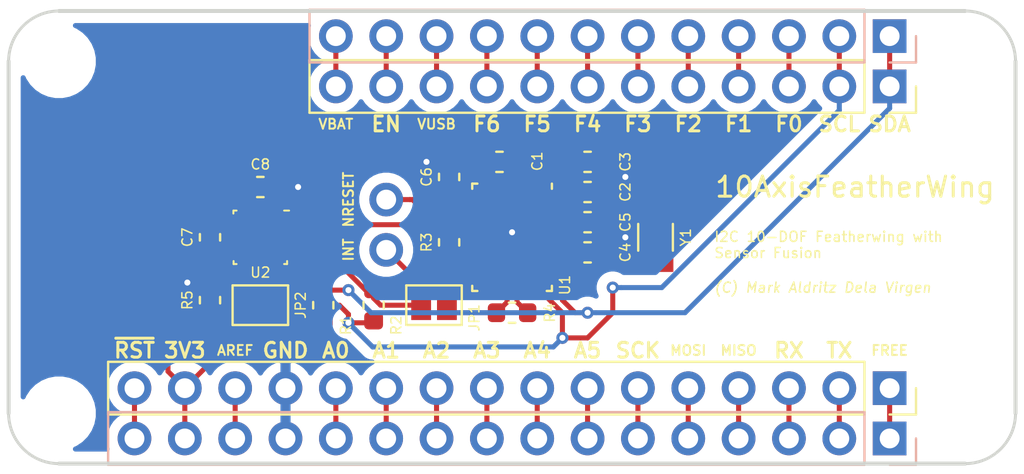
<source format=kicad_pcb>
(kicad_pcb (version 20171130) (host pcbnew "(5.1.5)-3")

  (general
    (thickness 1.6002)
    (drawings 41)
    (tracks 233)
    (zones 0)
    (modules 28)
    (nets 45)
  )

  (page A4)
  (title_block
    (title 10AxisFeatherWing)
    (date 2019-12-31)
    (rev 1.0)
    (company "Mark Aldritz Dela Virgen")
  )

  (layers
    (0 F.Cu signal)
    (31 B.Cu power)
    (32 B.Adhes user)
    (33 F.Adhes user)
    (34 B.Paste user)
    (35 F.Paste user)
    (36 B.SilkS user)
    (37 F.SilkS user)
    (38 B.Mask user)
    (39 F.Mask user)
    (40 Dwgs.User user)
    (41 Cmts.User user)
    (42 Eco1.User user)
    (43 Eco2.User user)
    (44 Edge.Cuts user)
    (45 Margin user)
    (46 B.CrtYd user)
    (47 F.CrtYd user)
    (48 B.Fab user hide)
    (49 F.Fab user hide)
  )

  (setup
    (last_trace_width 0.254)
    (trace_clearance 0.1524)
    (zone_clearance 0.508)
    (zone_45_only no)
    (trace_min 0.1524)
    (via_size 0.6096)
    (via_drill 0.3048)
    (via_min_size 0.508)
    (via_min_drill 0.254)
    (uvia_size 0.6096)
    (uvia_drill 0.3048)
    (uvias_allowed no)
    (uvia_min_size 0)
    (uvia_min_drill 0)
    (edge_width 0.1524)
    (segment_width 0.2032)
    (pcb_text_width 0.3048)
    (pcb_text_size 1.524 1.524)
    (mod_edge_width 0.0762)
    (mod_text_size 0.508 0.508)
    (mod_text_width 0.0762)
    (pad_size 1.7 1.7)
    (pad_drill 1)
    (pad_to_mask_clearance 0.0508)
    (solder_mask_min_width 0.1016)
    (aux_axis_origin 0 0)
    (visible_elements 7FFFFFFF)
    (pcbplotparams
      (layerselection 0x010fc_ffffffff)
      (usegerberextensions false)
      (usegerberattributes false)
      (usegerberadvancedattributes false)
      (creategerberjobfile false)
      (excludeedgelayer true)
      (linewidth 0.100000)
      (plotframeref false)
      (viasonmask false)
      (mode 1)
      (useauxorigin false)
      (hpglpennumber 1)
      (hpglpenspeed 20)
      (hpglpendiameter 15.000000)
      (psnegative false)
      (psa4output false)
      (plotreference true)
      (plotvalue true)
      (plotinvisibletext false)
      (padsonsilk false)
      (subtractmaskfromsilk false)
      (outputformat 1)
      (mirror false)
      (drillshape 0)
      (scaleselection 1)
      (outputdirectory ""))
  )

  (net 0 "")
  (net 1 /FREE)
  (net 2 /TX)
  (net 3 /RX)
  (net 4 /MISO)
  (net 5 /MOSI)
  (net 6 /SCK)
  (net 7 /A5)
  (net 8 /A4)
  (net 9 /A3)
  (net 10 /A2)
  (net 11 /A1)
  (net 12 /A0)
  (net 13 GND)
  (net 14 /AREF)
  (net 15 +3V3)
  (net 16 /~RST)
  (net 17 /SDA)
  (net 18 /SCL)
  (net 19 /F0)
  (net 20 /F1)
  (net 21 /F2)
  (net 22 /F3)
  (net 23 /F4)
  (net 24 /F5)
  (net 25 /F6)
  (net 26 /VUSB)
  (net 27 /EN)
  (net 28 /VBAT)
  (net 29 /INT)
  (net 30 /COM3)
  (net 31 /SDO)
  (net 32 /NRESET)
  (net 33 "Net-(U1-Pad13)")
  (net 34 "Net-(U1-Pad12)")
  (net 35 "Net-(U1-Pad8)")
  (net 36 "Net-(U1-Pad7)")
  (net 37 "Net-(U1-Pad21)")
  (net 38 "Net-(U1-Pad22)")
  (net 39 "Net-(U1-Pad23)")
  (net 40 "Net-(U1-Pad24)")
  (net 41 "Net-(U1-Pad1)")
  (net 42 "Net-(C4-Pad2)")
  (net 43 "Net-(C5-Pad1)")
  (net 44 "Net-(C6-Pad2)")

  (net_class Default "This is the default net class."
    (clearance 0.1524)
    (trace_width 0.254)
    (via_dia 0.6096)
    (via_drill 0.3048)
    (uvia_dia 0.6096)
    (uvia_drill 0.3048)
    (diff_pair_width 0.254)
    (diff_pair_gap 0.1524)
    (add_net +3V3)
    (add_net /A0)
    (add_net /A1)
    (add_net /A2)
    (add_net /A3)
    (add_net /A4)
    (add_net /A5)
    (add_net /AREF)
    (add_net /COM3)
    (add_net /EN)
    (add_net /F0)
    (add_net /F1)
    (add_net /F2)
    (add_net /F3)
    (add_net /F4)
    (add_net /F5)
    (add_net /F6)
    (add_net /FREE)
    (add_net /INT)
    (add_net /MISO)
    (add_net /MOSI)
    (add_net /NRESET)
    (add_net /RX)
    (add_net /SCK)
    (add_net /SCL)
    (add_net /SDA)
    (add_net /SDO)
    (add_net /TX)
    (add_net /VBAT)
    (add_net /VUSB)
    (add_net /~RST)
    (add_net GND)
    (add_net "Net-(C4-Pad2)")
    (add_net "Net-(C5-Pad1)")
    (add_net "Net-(C6-Pad2)")
    (add_net "Net-(U1-Pad1)")
    (add_net "Net-(U1-Pad12)")
    (add_net "Net-(U1-Pad13)")
    (add_net "Net-(U1-Pad21)")
    (add_net "Net-(U1-Pad22)")
    (add_net "Net-(U1-Pad23)")
    (add_net "Net-(U1-Pad24)")
    (add_net "Net-(U1-Pad7)")
    (add_net "Net-(U1-Pad8)")
  )

  (module Connector_PinSocket_2.54mm:PinSocket_1x16_P2.54mm_Vertical locked (layer F.Cu) (tedit 5A19A41E) (tstamp 5E0C0878)
    (at 69.85 44.45 270)
    (descr "Through hole straight socket strip, 1x16, 2.54mm pitch, single row (from Kicad 4.0.7), script generated")
    (tags "Through hole socket strip THT 1x16 2.54mm single row")
    (path /5E16B69A)
    (fp_text reference J3 (at 0 -2.77 90) (layer F.SilkS) hide
      (effects (font (size 1 1) (thickness 0.15)))
    )
    (fp_text value "feather long" (at 0 40.87 90) (layer F.Fab) hide
      (effects (font (size 1 1) (thickness 0.15)))
    )
    (fp_text user %R (at 0 19.05) (layer F.Fab)
      (effects (font (size 1 1) (thickness 0.15)))
    )
    (fp_line (start -1.8 39.9) (end -1.8 -1.8) (layer F.CrtYd) (width 0.05))
    (fp_line (start 1.75 39.9) (end -1.8 39.9) (layer F.CrtYd) (width 0.05))
    (fp_line (start 1.75 -1.8) (end 1.75 39.9) (layer F.CrtYd) (width 0.05))
    (fp_line (start -1.8 -1.8) (end 1.75 -1.8) (layer F.CrtYd) (width 0.05))
    (fp_line (start 0 -1.33) (end 1.33 -1.33) (layer F.SilkS) (width 0.12))
    (fp_line (start 1.33 -1.33) (end 1.33 0) (layer F.SilkS) (width 0.12))
    (fp_line (start 1.33 1.27) (end 1.33 39.43) (layer F.SilkS) (width 0.12))
    (fp_line (start -1.33 39.43) (end 1.33 39.43) (layer F.SilkS) (width 0.12))
    (fp_line (start -1.33 1.27) (end -1.33 39.43) (layer F.SilkS) (width 0.12))
    (fp_line (start -1.33 1.27) (end 1.33 1.27) (layer F.SilkS) (width 0.12))
    (fp_line (start -1.27 39.37) (end -1.27 -1.27) (layer F.Fab) (width 0.1))
    (fp_line (start 1.27 39.37) (end -1.27 39.37) (layer F.Fab) (width 0.1))
    (fp_line (start 1.27 -0.635) (end 1.27 39.37) (layer F.Fab) (width 0.1))
    (fp_line (start 0.635 -1.27) (end 1.27 -0.635) (layer F.Fab) (width 0.1))
    (fp_line (start -1.27 -1.27) (end 0.635 -1.27) (layer F.Fab) (width 0.1))
    (pad 16 thru_hole oval (at 0 38.1 270) (size 1.7 1.7) (drill 1) (layers *.Cu *.Mask)
      (net 16 /~RST))
    (pad 15 thru_hole oval (at 0 35.56 270) (size 1.7 1.7) (drill 1) (layers *.Cu *.Mask)
      (net 15 +3V3))
    (pad 14 thru_hole oval (at 0 33.02 270) (size 1.7 1.7) (drill 1) (layers *.Cu *.Mask)
      (net 14 /AREF))
    (pad 13 thru_hole oval (at 0 30.48 270) (size 1.7 1.7) (drill 1) (layers *.Cu *.Mask)
      (net 13 GND))
    (pad 12 thru_hole oval (at 0 27.94 270) (size 1.7 1.7) (drill 1) (layers *.Cu *.Mask)
      (net 12 /A0))
    (pad 11 thru_hole oval (at 0 25.4 270) (size 1.7 1.7) (drill 1) (layers *.Cu *.Mask)
      (net 11 /A1))
    (pad 10 thru_hole oval (at 0 22.86 270) (size 1.7 1.7) (drill 1) (layers *.Cu *.Mask)
      (net 10 /A2))
    (pad 9 thru_hole oval (at 0 20.32 270) (size 1.7 1.7) (drill 1) (layers *.Cu *.Mask)
      (net 9 /A3))
    (pad 8 thru_hole oval (at 0 17.78 270) (size 1.7 1.7) (drill 1) (layers *.Cu *.Mask)
      (net 8 /A4))
    (pad 7 thru_hole oval (at 0 15.24 270) (size 1.7 1.7) (drill 1) (layers *.Cu *.Mask)
      (net 7 /A5))
    (pad 6 thru_hole oval (at 0 12.7 270) (size 1.7 1.7) (drill 1) (layers *.Cu *.Mask)
      (net 6 /SCK))
    (pad 5 thru_hole oval (at 0 10.16 270) (size 1.7 1.7) (drill 1) (layers *.Cu *.Mask)
      (net 5 /MOSI))
    (pad 4 thru_hole oval (at 0 7.62 270) (size 1.7 1.7) (drill 1) (layers *.Cu *.Mask)
      (net 4 /MISO))
    (pad 3 thru_hole oval (at 0 5.08 270) (size 1.7 1.7) (drill 1) (layers *.Cu *.Mask)
      (net 3 /RX))
    (pad 2 thru_hole oval (at 0 2.54 270) (size 1.7 1.7) (drill 1) (layers *.Cu *.Mask)
      (net 2 /TX))
    (pad 1 thru_hole rect (at 0 0 270) (size 1.7 1.7) (drill 1) (layers *.Cu *.Mask)
      (net 1 /FREE))
    (model ${KISYS3DMOD}/Connector_PinSocket_2.54mm.3dshapes/PinSocket_1x16_P2.54mm_Vertical.wrl
      (at (xyz 0 0 0))
      (scale (xyz 1 1 1))
      (rotate (xyz 0 0 0))
    )
  )

  (module Resistor_SMD:R_0603_1608Metric (layer F.Cu) (tedit 5B301BBD) (tstamp 5E1A5C47)
    (at 47.625 37.084 90)
    (descr "Resistor SMD 0603 (1608 Metric), square (rectangular) end terminal, IPC_7351 nominal, (Body size source: http://www.tortai-tech.com/upload/download/2011102023233369053.pdf), generated with kicad-footprint-generator")
    (tags resistor)
    (path /5E1C1A5F)
    (attr smd)
    (fp_text reference R3 (at 0 -1.143 90) (layer F.SilkS)
      (effects (font (size 0.508 0.508) (thickness 0.0762)))
    )
    (fp_text value 10K (at 0 1.43 90) (layer F.Fab)
      (effects (font (size 1 1) (thickness 0.15)))
    )
    (fp_text user %R (at 0 0 90) (layer F.Fab)
      (effects (font (size 0.4 0.4) (thickness 0.06)))
    )
    (fp_line (start 1.48 0.73) (end -1.48 0.73) (layer F.CrtYd) (width 0.05))
    (fp_line (start 1.48 -0.73) (end 1.48 0.73) (layer F.CrtYd) (width 0.05))
    (fp_line (start -1.48 -0.73) (end 1.48 -0.73) (layer F.CrtYd) (width 0.05))
    (fp_line (start -1.48 0.73) (end -1.48 -0.73) (layer F.CrtYd) (width 0.05))
    (fp_line (start -0.162779 0.51) (end 0.162779 0.51) (layer F.SilkS) (width 0.12))
    (fp_line (start -0.162779 -0.51) (end 0.162779 -0.51) (layer F.SilkS) (width 0.12))
    (fp_line (start 0.8 0.4) (end -0.8 0.4) (layer F.Fab) (width 0.1))
    (fp_line (start 0.8 -0.4) (end 0.8 0.4) (layer F.Fab) (width 0.1))
    (fp_line (start -0.8 -0.4) (end 0.8 -0.4) (layer F.Fab) (width 0.1))
    (fp_line (start -0.8 0.4) (end -0.8 -0.4) (layer F.Fab) (width 0.1))
    (pad 2 smd roundrect (at 0.7875 0 90) (size 0.875 0.95) (layers F.Cu F.Paste F.Mask) (roundrect_rratio 0.25)
      (net 32 /NRESET))
    (pad 1 smd roundrect (at -0.7875 0 90) (size 0.875 0.95) (layers F.Cu F.Paste F.Mask) (roundrect_rratio 0.25)
      (net 15 +3V3))
    (model ${KISYS3DMOD}/Resistor_SMD.3dshapes/R_0603_1608Metric.wrl
      (at (xyz 0 0 0))
      (scale (xyz 1 1 1))
      (rotate (xyz 0 0 0))
    )
  )

  (module MountingHole:MountingHole_2.7mm_M2.5 locked (layer F.Cu) (tedit 56D1B4CB) (tstamp 5E1559D6)
    (at 73.66 45.72)
    (descr "Mounting Hole 2.7mm, no annular, M2.5")
    (tags "mounting hole 2.7mm no annular m2.5")
    (path /5E16742A)
    (attr virtual)
    (fp_text reference H4 (at 0 -3.7) (layer F.SilkS) hide
      (effects (font (size 1 1) (thickness 0.15)))
    )
    (fp_text value MountingHole (at 0 3.7) (layer F.Fab) hide
      (effects (font (size 1 1) (thickness 0.15)))
    )
    (fp_circle (center 0 0) (end 2.95 0) (layer F.CrtYd) (width 0.05))
    (fp_circle (center 0 0) (end 2.7 0) (layer Cmts.User) (width 0.15))
    (fp_text user %R (at 0.3 0) (layer F.Fab)
      (effects (font (size 1 1) (thickness 0.15)))
    )
    (pad 1 np_thru_hole circle (at 0 0) (size 2.7 2.7) (drill 2.7) (layers *.Cu *.Mask))
  )

  (module MountingHole:MountingHole_2.7mm_M2.5 locked (layer F.Cu) (tedit 56D1B4CB) (tstamp 5E1559CE)
    (at 73.66 27.94)
    (descr "Mounting Hole 2.7mm, no annular, M2.5")
    (tags "mounting hole 2.7mm no annular m2.5")
    (path /5E166D96)
    (attr virtual)
    (fp_text reference H3 (at 0 -3.7) (layer F.SilkS) hide
      (effects (font (size 1 1) (thickness 0.15)))
    )
    (fp_text value MountingHole (at 0 3.7) (layer F.Fab) hide
      (effects (font (size 1 1) (thickness 0.15)))
    )
    (fp_circle (center 0 0) (end 2.95 0) (layer F.CrtYd) (width 0.05))
    (fp_circle (center 0 0) (end 2.7 0) (layer Cmts.User) (width 0.15))
    (fp_text user %R (at 0.3 0) (layer F.Fab)
      (effects (font (size 1 1) (thickness 0.15)))
    )
    (pad 1 np_thru_hole circle (at 0 0) (size 2.7 2.7) (drill 2.7) (layers *.Cu *.Mask))
  )

  (module MountingHole:MountingHole_2.7mm_M2.5 locked (layer F.Cu) (tedit 56D1B4CB) (tstamp 5E1559C6)
    (at 27.94 45.72)
    (descr "Mounting Hole 2.7mm, no annular, M2.5")
    (tags "mounting hole 2.7mm no annular m2.5")
    (path /5E16676B)
    (attr virtual)
    (fp_text reference H2 (at 0 -3.7) (layer F.SilkS) hide
      (effects (font (size 1 1) (thickness 0.15)))
    )
    (fp_text value MountingHole (at 0 3.7) (layer F.Fab) hide
      (effects (font (size 1 1) (thickness 0.15)))
    )
    (fp_circle (center 0 0) (end 2.95 0) (layer F.CrtYd) (width 0.05))
    (fp_circle (center 0 0) (end 2.7 0) (layer Cmts.User) (width 0.15))
    (fp_text user %R (at 0.3 0) (layer F.Fab)
      (effects (font (size 1 1) (thickness 0.15)))
    )
    (pad 1 np_thru_hole circle (at 0 0) (size 2.7 2.7) (drill 2.7) (layers *.Cu *.Mask))
  )

  (module MountingHole:MountingHole_2.7mm_M2.5 locked (layer F.Cu) (tedit 56D1B4CB) (tstamp 5E1559BE)
    (at 27.94 27.94)
    (descr "Mounting Hole 2.7mm, no annular, M2.5")
    (tags "mounting hole 2.7mm no annular m2.5")
    (path /5E165FBB)
    (attr virtual)
    (fp_text reference H1 (at 0 -3.7) (layer F.SilkS) hide
      (effects (font (size 1 1) (thickness 0.15)))
    )
    (fp_text value MountingHole (at 0 3.7) (layer F.Fab) hide
      (effects (font (size 1 1) (thickness 0.15)))
    )
    (fp_circle (center 0 0) (end 2.95 0) (layer F.CrtYd) (width 0.05))
    (fp_circle (center 0 0) (end 2.7 0) (layer Cmts.User) (width 0.15))
    (fp_text user %R (at 0.3 0) (layer F.Fab)
      (effects (font (size 1 1) (thickness 0.15)))
    )
    (pad 1 np_thru_hole circle (at 0 0) (size 2.7 2.7) (drill 2.7) (layers *.Cu *.Mask))
  )

  (module Connector_Wire:SolderWirePad_1x01_Drill0.8mm (layer F.Cu) (tedit 5E0F4491) (tstamp 5E0FCD23)
    (at 44.45 34.925)
    (descr "Wire solder connection")
    (tags connector)
    (path /5E15A9A2)
    (attr virtual)
    (fp_text reference J6 (at 0 -2.54) (layer F.SilkS) hide
      (effects (font (size 1 1) (thickness 0.15)))
    )
    (fp_text value NRESET (at 0 2.54) (layer F.Fab) hide
      (effects (font (size 1 1) (thickness 0.15)))
    )
    (fp_text user %R (at 0 0) (layer F.Fab)
      (effects (font (size 1 1) (thickness 0.15)))
    )
    (fp_line (start -1.5 -1.5) (end 1.5 -1.5) (layer F.CrtYd) (width 0.05))
    (fp_line (start -1.5 -1.5) (end -1.5 1.5) (layer F.CrtYd) (width 0.05))
    (fp_line (start 1.5 1.5) (end 1.5 -1.5) (layer F.CrtYd) (width 0.05))
    (fp_line (start 1.5 1.5) (end -1.5 1.5) (layer F.CrtYd) (width 0.05))
    (pad 1 thru_hole circle (at 0 0) (size 1.7 1.7) (drill 1) (layers *.Cu *.Mask)
      (net 32 /NRESET))
  )

  (module Connector_Wire:SolderWirePad_1x01_Drill0.8mm (layer F.Cu) (tedit 5E0F44A3) (tstamp 5E0FCD19)
    (at 44.45 37.465)
    (descr "Wire solder connection")
    (tags connector)
    (path /5E233B4E)
    (attr virtual)
    (fp_text reference J5 (at 0 -2.54) (layer F.SilkS) hide
      (effects (font (size 1 1) (thickness 0.15)))
    )
    (fp_text value INT (at 0 2.54) (layer F.Fab) hide
      (effects (font (size 1 1) (thickness 0.15)))
    )
    (fp_text user %R (at 0 0) (layer F.Fab)
      (effects (font (size 1 1) (thickness 0.15)))
    )
    (fp_line (start -1.5 -1.5) (end 1.5 -1.5) (layer F.CrtYd) (width 0.05))
    (fp_line (start -1.5 -1.5) (end -1.5 1.5) (layer F.CrtYd) (width 0.05))
    (fp_line (start 1.5 1.5) (end 1.5 -1.5) (layer F.CrtYd) (width 0.05))
    (fp_line (start 1.5 1.5) (end -1.5 1.5) (layer F.CrtYd) (width 0.05))
    (pad 1 thru_hole circle (at 0 0) (size 1.7 1.7) (drill 1) (layers *.Cu *.Mask)
      (net 29 /INT))
  )

  (module Connector_PinSocket_2.54mm:PinSocket_1x12_P2.54mm_Vertical locked (layer F.Cu) (tedit 5A19A41D) (tstamp 5E0C0898)
    (at 69.85 29.21 270)
    (descr "Through hole straight socket strip, 1x12, 2.54mm pitch, single row (from Kicad 4.0.7), script generated")
    (tags "Through hole socket strip THT 1x12 2.54mm single row")
    (path /5E16B6A4)
    (fp_text reference J4 (at 0 -2.77 90) (layer F.SilkS) hide
      (effects (font (size 1 1) (thickness 0.15)))
    )
    (fp_text value "feather short" (at 0 30.71 90) (layer F.Fab) hide
      (effects (font (size 1 1) (thickness 0.15)))
    )
    (fp_text user %R (at 0 13.97) (layer F.Fab)
      (effects (font (size 1 1) (thickness 0.15)))
    )
    (fp_line (start -1.8 29.7) (end -1.8 -1.8) (layer F.CrtYd) (width 0.05))
    (fp_line (start 1.75 29.7) (end -1.8 29.7) (layer F.CrtYd) (width 0.05))
    (fp_line (start 1.75 -1.8) (end 1.75 29.7) (layer F.CrtYd) (width 0.05))
    (fp_line (start -1.8 -1.8) (end 1.75 -1.8) (layer F.CrtYd) (width 0.05))
    (fp_line (start 0 -1.33) (end 1.33 -1.33) (layer F.SilkS) (width 0.12))
    (fp_line (start 1.33 -1.33) (end 1.33 0) (layer F.SilkS) (width 0.12))
    (fp_line (start 1.33 1.27) (end 1.33 29.27) (layer F.SilkS) (width 0.12))
    (fp_line (start -1.33 29.27) (end 1.33 29.27) (layer F.SilkS) (width 0.12))
    (fp_line (start -1.33 1.27) (end -1.33 29.27) (layer F.SilkS) (width 0.12))
    (fp_line (start -1.33 1.27) (end 1.33 1.27) (layer F.SilkS) (width 0.12))
    (fp_line (start -1.27 29.21) (end -1.27 -1.27) (layer F.Fab) (width 0.1))
    (fp_line (start 1.27 29.21) (end -1.27 29.21) (layer F.Fab) (width 0.1))
    (fp_line (start 1.27 -0.635) (end 1.27 29.21) (layer F.Fab) (width 0.1))
    (fp_line (start 0.635 -1.27) (end 1.27 -0.635) (layer F.Fab) (width 0.1))
    (fp_line (start -1.27 -1.27) (end 0.635 -1.27) (layer F.Fab) (width 0.1))
    (pad 12 thru_hole oval (at 0 27.94 270) (size 1.7 1.7) (drill 1) (layers *.Cu *.Mask)
      (net 28 /VBAT))
    (pad 11 thru_hole oval (at 0 25.4 270) (size 1.7 1.7) (drill 1) (layers *.Cu *.Mask)
      (net 27 /EN))
    (pad 10 thru_hole oval (at 0 22.86 270) (size 1.7 1.7) (drill 1) (layers *.Cu *.Mask)
      (net 26 /VUSB))
    (pad 9 thru_hole oval (at 0 20.32 270) (size 1.7 1.7) (drill 1) (layers *.Cu *.Mask)
      (net 25 /F6))
    (pad 8 thru_hole oval (at 0 17.78 270) (size 1.7 1.7) (drill 1) (layers *.Cu *.Mask)
      (net 24 /F5))
    (pad 7 thru_hole oval (at 0 15.24 270) (size 1.7 1.7) (drill 1) (layers *.Cu *.Mask)
      (net 23 /F4))
    (pad 6 thru_hole oval (at 0 12.7 270) (size 1.7 1.7) (drill 1) (layers *.Cu *.Mask)
      (net 22 /F3))
    (pad 5 thru_hole oval (at 0 10.16 270) (size 1.7 1.7) (drill 1) (layers *.Cu *.Mask)
      (net 21 /F2))
    (pad 4 thru_hole oval (at 0 7.62 270) (size 1.7 1.7) (drill 1) (layers *.Cu *.Mask)
      (net 20 /F1))
    (pad 3 thru_hole oval (at 0 5.08 270) (size 1.7 1.7) (drill 1) (layers *.Cu *.Mask)
      (net 19 /F0))
    (pad 2 thru_hole oval (at 0 2.54 270) (size 1.7 1.7) (drill 1) (layers *.Cu *.Mask)
      (net 18 /SCL))
    (pad 1 thru_hole rect (at 0 0 270) (size 1.7 1.7) (drill 1) (layers *.Cu *.Mask)
      (net 17 /SDA))
    (model ${KISYS3DMOD}/Connector_PinSocket_2.54mm.3dshapes/PinSocket_1x12_P2.54mm_Vertical.wrl
      (at (xyz 0 0 0))
      (scale (xyz 1 1 1))
      (rotate (xyz 0 0 0))
    )
  )

  (module Crystal:Crystal_SMD_3215-2Pin_3.2x1.5mm (layer F.Cu) (tedit 5A0FD1B2) (tstamp 5E0CAF5F)
    (at 58.039 36.83 270)
    (descr "SMD Crystal FC-135 https://support.epson.biz/td/api/doc_check.php?dl=brief_FC-135R_en.pdf")
    (tags "SMD SMT Crystal")
    (path /5E0B9A18)
    (attr smd)
    (fp_text reference Y1 (at 0 -1.524 90) (layer F.SilkS)
      (effects (font (size 0.508 0.508) (thickness 0.0762)))
    )
    (fp_text value 32.768kHz (at 0 2 90) (layer F.Fab)
      (effects (font (size 1 1) (thickness 0.15)))
    )
    (fp_text user %R (at 0 -2 90) (layer F.Fab)
      (effects (font (size 1 1) (thickness 0.15)))
    )
    (fp_line (start -2 -1.15) (end 2 -1.15) (layer F.CrtYd) (width 0.05))
    (fp_line (start -1.6 -0.75) (end -1.6 0.75) (layer F.Fab) (width 0.1))
    (fp_line (start -0.675 0.875) (end 0.675 0.875) (layer F.SilkS) (width 0.12))
    (fp_line (start -0.675 -0.875) (end 0.675 -0.875) (layer F.SilkS) (width 0.12))
    (fp_line (start 1.6 -0.75) (end 1.6 0.75) (layer F.Fab) (width 0.1))
    (fp_line (start -1.6 -0.75) (end 1.6 -0.75) (layer F.Fab) (width 0.1))
    (fp_line (start -1.6 0.75) (end 1.6 0.75) (layer F.Fab) (width 0.1))
    (fp_line (start -2 1.15) (end 2 1.15) (layer F.CrtYd) (width 0.05))
    (fp_line (start -2 -1.15) (end -2 1.15) (layer F.CrtYd) (width 0.05))
    (fp_line (start 2 -1.15) (end 2 1.15) (layer F.CrtYd) (width 0.05))
    (pad 1 smd rect (at 1.25 0 270) (size 1 1.8) (layers F.Cu F.Paste F.Mask)
      (net 42 "Net-(C4-Pad2)"))
    (pad 2 smd rect (at -1.25 0 270) (size 1 1.8) (layers F.Cu F.Paste F.Mask)
      (net 43 "Net-(C5-Pad1)"))
    (model ${KISYS3DMOD}/Crystal.3dshapes/Crystal_SMD_3215-2Pin_3.2x1.5mm.wrl
      (at (xyz 0 0 0))
      (scale (xyz 1 1 1))
      (rotate (xyz 0 0 0))
    )
  )

  (module Package_LGA:Bosch_LGA-8_2.5x2.5mm_P0.65mm_ClockwisePinNumbering (layer F.Cu) (tedit 5A0FA816) (tstamp 5E0CAF4E)
    (at 38.1 36.83 270)
    (descr LGA-8)
    (tags "lga land grid array")
    (path /5E0B75AA)
    (attr smd)
    (fp_text reference U2 (at 1.778 0 180) (layer F.SilkS)
      (effects (font (size 0.508 0.508) (thickness 0.0762)))
    )
    (fp_text value BME280 (at 0.015 2.535 90) (layer F.Fab)
      (effects (font (size 1 1) (thickness 0.15)))
    )
    (fp_line (start 1.41 1.54) (end -1.41 1.54) (layer F.CrtYd) (width 0.05))
    (fp_line (start 1.41 -1.54) (end 1.41 1.54) (layer F.CrtYd) (width 0.05))
    (fp_line (start -1.41 -1.54) (end 1.41 -1.54) (layer F.CrtYd) (width 0.05))
    (fp_line (start -1.41 1.54) (end -1.41 -1.54) (layer F.CrtYd) (width 0.05))
    (fp_line (start 1.25 1.25) (end -1.25 1.25) (layer F.Fab) (width 0.1))
    (fp_line (start 1.25 -1.25) (end 1.25 1.25) (layer F.Fab) (width 0.1))
    (fp_line (start -0.5 -1.25) (end 1.25 -1.25) (layer F.Fab) (width 0.1))
    (fp_line (start -1.25 1.25) (end -1.25 -0.5) (layer F.Fab) (width 0.1))
    (fp_line (start -1.35 -1.2) (end -1.35 -1.45) (layer F.SilkS) (width 0.1))
    (fp_line (start 1.35 -1.35) (end 1.35 -1.2) (layer F.SilkS) (width 0.1))
    (fp_line (start 1.2 -1.35) (end 1.35 -1.35) (layer F.SilkS) (width 0.1))
    (fp_line (start 1.35 1.35) (end 1.2 1.35) (layer F.SilkS) (width 0.1))
    (fp_line (start 1.35 1.35) (end 1.35 1.2) (layer F.SilkS) (width 0.1))
    (fp_line (start -1.35 1.35) (end -1.35 1.2) (layer F.SilkS) (width 0.1))
    (fp_line (start -1.25 -0.5) (end -0.5 -1.25) (layer F.Fab) (width 0.1))
    (fp_line (start -1.35 1.36) (end -1.2 1.36) (layer F.SilkS) (width 0.1))
    (fp_text user %R (at 0 0 270) (layer F.Fab)
      (effects (font (size 0.5 0.5) (thickness 0.075)))
    )
    (pad 5 smd rect (at 0.975 1.025) (size 0.5 0.35) (layers F.Cu F.Paste F.Mask)
      (net 31 /SDO))
    (pad 6 smd rect (at 0.325 1.025) (size 0.5 0.35) (layers F.Cu F.Paste F.Mask)
      (net 15 +3V3))
    (pad 7 smd rect (at -0.325 1.025) (size 0.5 0.35) (layers F.Cu F.Paste F.Mask)
      (net 13 GND))
    (pad 8 smd rect (at -0.975 1.025) (size 0.5 0.35) (layers F.Cu F.Paste F.Mask)
      (net 15 +3V3))
    (pad 1 smd rect (at -0.975 -1.025) (size 0.5 0.35) (layers F.Cu F.Paste F.Mask)
      (net 13 GND))
    (pad 2 smd rect (at -0.325 -1.025) (size 0.5 0.35) (layers F.Cu F.Paste F.Mask)
      (net 15 +3V3))
    (pad 3 smd rect (at 0.325 -1.025) (size 0.5 0.35) (layers F.Cu F.Paste F.Mask)
      (net 17 /SDA))
    (pad 4 smd rect (at 0.975 -1.025) (size 0.5 0.35) (layers F.Cu F.Paste F.Mask)
      (net 18 /SCL))
    (model ${KISYS3DMOD}/Package_LGA.3dshapes/Bosch_LGA-8_2.5x2.5mm_P0.65mm_ClockwisePinNumbering.wrl
      (offset (xyz 0.01500000025472259 -0.03500000059435272 0))
      (scale (xyz 1 1 1))
      (rotate (xyz 0 0 0))
    )
  )

  (module Package_LGA:LGA-28_5.2x3.8mm_P0.5mm (layer F.Cu) (tedit 5A02F217) (tstamp 5E0CAF31)
    (at 50.8 36.83 270)
    (descr "LGA 28 5.2x3.8mm Pitch 0.5mm")
    (tags "LGA 28 5.2x3.8mm Pitch 0.5mm")
    (path /5E0B5EE7)
    (attr smd)
    (fp_text reference U1 (at 2.413 -2.667 270) (layer F.SilkS)
      (effects (font (size 0.508 0.508) (thickness 0.0762)))
    )
    (fp_text value BNO055 (at 0 3.3 90) (layer F.Fab)
      (effects (font (size 1 1) (thickness 0.15)))
    )
    (fp_text user %R (at 0 0 90) (layer F.Fab)
      (effects (font (size 1.1 1.1) (thickness 0.11)))
    )
    (fp_line (start 2.6 -1.9) (end -2.1 -1.9) (layer F.Fab) (width 0.1))
    (fp_line (start 2.6 1.9) (end 2.6 -1.9) (layer F.Fab) (width 0.1))
    (fp_line (start -2.6 1.9) (end 2.6 1.9) (layer F.Fab) (width 0.1))
    (fp_line (start -2.6 -1.4) (end -2.6 1.9) (layer F.Fab) (width 0.1))
    (fp_line (start -2.71 2.01) (end -2.45 2.01) (layer F.SilkS) (width 0.12))
    (fp_line (start -2.71 2.01) (end -2.71 1.75) (layer F.SilkS) (width 0.12))
    (fp_line (start -2.71 -2.01) (end -2.45 -2.01) (layer F.SilkS) (width 0.12))
    (fp_line (start 2.71 2.01) (end 2.45 2.01) (layer F.SilkS) (width 0.12))
    (fp_line (start 2.71 2.01) (end 2.71 1.75) (layer F.SilkS) (width 0.12))
    (fp_line (start 2.71 -2.01) (end 2.45 -2.01) (layer F.SilkS) (width 0.12))
    (fp_line (start 2.71 -2.01) (end 2.71 -1.75) (layer F.SilkS) (width 0.12))
    (fp_line (start 2.98 -2.25) (end -2.98 -2.25) (layer F.CrtYd) (width 0.05))
    (fp_line (start 2.98 2.25) (end 2.98 -2.25) (layer F.CrtYd) (width 0.05))
    (fp_line (start -2.98 2.25) (end 2.98 2.25) (layer F.CrtYd) (width 0.05))
    (fp_line (start -2.98 -2.25) (end -2.98 2.25) (layer F.CrtYd) (width 0.05))
    (fp_line (start -2.6 -1.4) (end -2.1 -1.9) (layer F.Fab) (width 0.1))
    (pad 16 smd rect (at 2.3875 0.75) (size 0.254 0.675) (layers F.Cu F.Paste F.Mask)
      (net 13 GND))
    (pad 17 smd rect (at 2.3875 0.25) (size 0.254 0.675) (layers F.Cu F.Paste F.Mask)
      (net 30 /COM3))
    (pad 18 smd rect (at 2.3875 -0.25) (size 0.254 0.675) (layers F.Cu F.Paste F.Mask)
      (net 13 GND))
    (pad 15 smd rect (at 2.25 1.6625 270) (size 0.254 0.675) (layers F.Cu F.Paste F.Mask)
      (net 13 GND))
    (pad 14 smd rect (at 1.75 1.6625 270) (size 0.254 0.675) (layers F.Cu F.Paste F.Mask)
      (net 29 /INT))
    (pad 13 smd rect (at 1.25 1.6625 270) (size 0.254 0.675) (layers F.Cu F.Paste F.Mask)
      (net 33 "Net-(U1-Pad13)"))
    (pad 12 smd rect (at 0.75 1.6625 270) (size 0.254 0.675) (layers F.Cu F.Paste F.Mask)
      (net 34 "Net-(U1-Pad12)"))
    (pad 11 smd rect (at 0.25 1.6625 270) (size 0.254 0.675) (layers F.Cu F.Paste F.Mask)
      (net 32 /NRESET))
    (pad 10 smd rect (at -0.25 1.6625 270) (size 0.254 0.675) (layers F.Cu F.Paste F.Mask)
      (net 13 GND))
    (pad 9 smd rect (at -0.75 1.6625 270) (size 0.254 0.675) (layers F.Cu F.Paste F.Mask)
      (net 44 "Net-(C6-Pad2)"))
    (pad 8 smd rect (at -1.25 1.6625 270) (size 0.254 0.675) (layers F.Cu F.Paste F.Mask)
      (net 35 "Net-(U1-Pad8)"))
    (pad 7 smd rect (at -1.75 1.6625 270) (size 0.254 0.675) (layers F.Cu F.Paste F.Mask)
      (net 36 "Net-(U1-Pad7)"))
    (pad 20 smd rect (at 2.25 -1.6625 270) (size 0.254 0.675) (layers F.Cu F.Paste F.Mask)
      (net 17 /SDA))
    (pad 21 smd rect (at 1.75 -1.6625 270) (size 0.254 0.675) (layers F.Cu F.Paste F.Mask)
      (net 37 "Net-(U1-Pad21)"))
    (pad 22 smd rect (at 1.25 -1.6625 270) (size 0.254 0.675) (layers F.Cu F.Paste F.Mask)
      (net 38 "Net-(U1-Pad22)"))
    (pad 23 smd rect (at 0.75 -1.6625 270) (size 0.254 0.675) (layers F.Cu F.Paste F.Mask)
      (net 39 "Net-(U1-Pad23)"))
    (pad 24 smd rect (at 0.25 -1.6625 270) (size 0.254 0.675) (layers F.Cu F.Paste F.Mask)
      (net 40 "Net-(U1-Pad24)"))
    (pad 25 smd rect (at -0.25 -1.6625 270) (size 0.254 0.675) (layers F.Cu F.Paste F.Mask)
      (net 13 GND))
    (pad 26 smd rect (at -0.75 -1.6625 270) (size 0.254 0.675) (layers F.Cu F.Paste F.Mask)
      (net 42 "Net-(C4-Pad2)"))
    (pad 27 smd rect (at -1.25 -1.6625 270) (size 0.254 0.675) (layers F.Cu F.Paste F.Mask)
      (net 43 "Net-(C5-Pad1)"))
    (pad 28 smd rect (at -1.75 -1.6625 270) (size 0.254 0.675) (layers F.Cu F.Paste F.Mask)
      (net 15 +3V3))
    (pad 5 smd rect (at -2.3875 0.75) (size 0.254 0.675) (layers F.Cu F.Paste F.Mask)
      (net 13 GND))
    (pad 4 smd rect (at -2.3875 0.25) (size 0.254 0.675) (layers F.Cu F.Paste F.Mask)
      (net 15 +3V3))
    (pad 3 smd rect (at -2.3875 -0.25) (size 0.254 0.675) (layers F.Cu F.Paste F.Mask)
      (net 15 +3V3))
    (pad 1 smd rect (at -2.25 -1.6625 270) (size 0.254 0.675) (layers F.Cu F.Paste F.Mask)
      (net 41 "Net-(U1-Pad1)"))
    (pad 2 smd rect (at -2.3875 -0.75) (size 0.254 0.675) (layers F.Cu F.Paste F.Mask)
      (net 13 GND))
    (pad 6 smd rect (at -2.25 1.6625 270) (size 0.254 0.675) (layers F.Cu F.Paste F.Mask)
      (net 13 GND))
    (pad 19 smd rect (at 2.3875 -0.75) (size 0.254 0.675) (layers F.Cu F.Paste F.Mask)
      (net 18 /SCL))
    (model ${KISYS3DMOD}/Package_LGA.3dshapes/LGA-28_5.2x3.8mm_P0.5mm.wrl
      (at (xyz 0 0 0))
      (scale (xyz 1 1 1))
      (rotate (xyz 0 0 0))
    )
  )

  (module Resistor_SMD:R_0603_1608Metric (layer F.Cu) (tedit 5B301BBD) (tstamp 5E0CAEEA)
    (at 35.56 40.005 90)
    (descr "Resistor SMD 0603 (1608 Metric), square (rectangular) end terminal, IPC_7351 nominal, (Body size source: http://www.tortai-tech.com/upload/download/2011102023233369053.pdf), generated with kicad-footprint-generator")
    (tags resistor)
    (path /5E22CD6F)
    (attr smd)
    (fp_text reference R5 (at 0 -1.143 90) (layer F.SilkS)
      (effects (font (size 0.508 0.508) (thickness 0.0762)))
    )
    (fp_text value 10K (at 0 1.43 90) (layer F.Fab)
      (effects (font (size 1 1) (thickness 0.15)))
    )
    (fp_text user %R (at 0 0 90) (layer F.Fab)
      (effects (font (size 0.4 0.4) (thickness 0.06)))
    )
    (fp_line (start 1.48 0.73) (end -1.48 0.73) (layer F.CrtYd) (width 0.05))
    (fp_line (start 1.48 -0.73) (end 1.48 0.73) (layer F.CrtYd) (width 0.05))
    (fp_line (start -1.48 -0.73) (end 1.48 -0.73) (layer F.CrtYd) (width 0.05))
    (fp_line (start -1.48 0.73) (end -1.48 -0.73) (layer F.CrtYd) (width 0.05))
    (fp_line (start -0.162779 0.51) (end 0.162779 0.51) (layer F.SilkS) (width 0.12))
    (fp_line (start -0.162779 -0.51) (end 0.162779 -0.51) (layer F.SilkS) (width 0.12))
    (fp_line (start 0.8 0.4) (end -0.8 0.4) (layer F.Fab) (width 0.1))
    (fp_line (start 0.8 -0.4) (end 0.8 0.4) (layer F.Fab) (width 0.1))
    (fp_line (start -0.8 -0.4) (end 0.8 -0.4) (layer F.Fab) (width 0.1))
    (fp_line (start -0.8 0.4) (end -0.8 -0.4) (layer F.Fab) (width 0.1))
    (pad 2 smd roundrect (at 0.7875 0 90) (size 0.875 0.95) (layers F.Cu F.Paste F.Mask) (roundrect_rratio 0.25)
      (net 31 /SDO))
    (pad 1 smd roundrect (at -0.7875 0 90) (size 0.875 0.95) (layers F.Cu F.Paste F.Mask) (roundrect_rratio 0.25)
      (net 13 GND))
    (model ${KISYS3DMOD}/Resistor_SMD.3dshapes/R_0603_1608Metric.wrl
      (at (xyz 0 0 0))
      (scale (xyz 1 1 1))
      (rotate (xyz 0 0 0))
    )
  )

  (module Resistor_SMD:R_0603_1608Metric (layer F.Cu) (tedit 5B301BBD) (tstamp 5E0CAED9)
    (at 50.8 40.64 180)
    (descr "Resistor SMD 0603 (1608 Metric), square (rectangular) end terminal, IPC_7351 nominal, (Body size source: http://www.tortai-tech.com/upload/download/2011102023233369053.pdf), generated with kicad-footprint-generator")
    (tags resistor)
    (path /5E22C94C)
    (attr smd)
    (fp_text reference R4 (at -1.905 0 90) (layer F.SilkS)
      (effects (font (size 0.508 0.508) (thickness 0.0762)))
    )
    (fp_text value 10K (at 0 1.43) (layer F.Fab)
      (effects (font (size 1 1) (thickness 0.15)))
    )
    (fp_text user %R (at 0 0) (layer F.Fab)
      (effects (font (size 0.4 0.4) (thickness 0.06)))
    )
    (fp_line (start 1.48 0.73) (end -1.48 0.73) (layer F.CrtYd) (width 0.05))
    (fp_line (start 1.48 -0.73) (end 1.48 0.73) (layer F.CrtYd) (width 0.05))
    (fp_line (start -1.48 -0.73) (end 1.48 -0.73) (layer F.CrtYd) (width 0.05))
    (fp_line (start -1.48 0.73) (end -1.48 -0.73) (layer F.CrtYd) (width 0.05))
    (fp_line (start -0.162779 0.51) (end 0.162779 0.51) (layer F.SilkS) (width 0.12))
    (fp_line (start -0.162779 -0.51) (end 0.162779 -0.51) (layer F.SilkS) (width 0.12))
    (fp_line (start 0.8 0.4) (end -0.8 0.4) (layer F.Fab) (width 0.1))
    (fp_line (start 0.8 -0.4) (end 0.8 0.4) (layer F.Fab) (width 0.1))
    (fp_line (start -0.8 -0.4) (end 0.8 -0.4) (layer F.Fab) (width 0.1))
    (fp_line (start -0.8 0.4) (end -0.8 -0.4) (layer F.Fab) (width 0.1))
    (pad 2 smd roundrect (at 0.7875 0 180) (size 0.875 0.95) (layers F.Cu F.Paste F.Mask) (roundrect_rratio 0.25)
      (net 30 /COM3))
    (pad 1 smd roundrect (at -0.7875 0 180) (size 0.875 0.95) (layers F.Cu F.Paste F.Mask) (roundrect_rratio 0.25)
      (net 13 GND))
    (model ${KISYS3DMOD}/Resistor_SMD.3dshapes/R_0603_1608Metric.wrl
      (at (xyz 0 0 0))
      (scale (xyz 1 1 1))
      (rotate (xyz 0 0 0))
    )
  )

  (module Resistor_SMD:R_0603_1608Metric (layer F.Cu) (tedit 5B301BBD) (tstamp 5E0CAEB7)
    (at 43.815 40.259 270)
    (descr "Resistor SMD 0603 (1608 Metric), square (rectangular) end terminal, IPC_7351 nominal, (Body size source: http://www.tortai-tech.com/upload/download/2011102023233369053.pdf), generated with kicad-footprint-generator")
    (tags resistor)
    (path /5E1917EB)
    (attr smd)
    (fp_text reference R2 (at 1.016 -1.143 90) (layer F.SilkS)
      (effects (font (size 0.508 0.508) (thickness 0.0762)))
    )
    (fp_text value 10K (at 0 1.43 90) (layer F.Fab)
      (effects (font (size 1 1) (thickness 0.15)))
    )
    (fp_text user %R (at 0 0 90) (layer F.Fab)
      (effects (font (size 0.4 0.4) (thickness 0.06)))
    )
    (fp_line (start 1.48 0.73) (end -1.48 0.73) (layer F.CrtYd) (width 0.05))
    (fp_line (start 1.48 -0.73) (end 1.48 0.73) (layer F.CrtYd) (width 0.05))
    (fp_line (start -1.48 -0.73) (end 1.48 -0.73) (layer F.CrtYd) (width 0.05))
    (fp_line (start -1.48 0.73) (end -1.48 -0.73) (layer F.CrtYd) (width 0.05))
    (fp_line (start -0.162779 0.51) (end 0.162779 0.51) (layer F.SilkS) (width 0.12))
    (fp_line (start -0.162779 -0.51) (end 0.162779 -0.51) (layer F.SilkS) (width 0.12))
    (fp_line (start 0.8 0.4) (end -0.8 0.4) (layer F.Fab) (width 0.1))
    (fp_line (start 0.8 -0.4) (end 0.8 0.4) (layer F.Fab) (width 0.1))
    (fp_line (start -0.8 -0.4) (end 0.8 -0.4) (layer F.Fab) (width 0.1))
    (fp_line (start -0.8 0.4) (end -0.8 -0.4) (layer F.Fab) (width 0.1))
    (pad 2 smd roundrect (at 0.7875 0 270) (size 0.875 0.95) (layers F.Cu F.Paste F.Mask) (roundrect_rratio 0.25)
      (net 18 /SCL))
    (pad 1 smd roundrect (at -0.7875 0 270) (size 0.875 0.95) (layers F.Cu F.Paste F.Mask) (roundrect_rratio 0.25)
      (net 15 +3V3))
    (model ${KISYS3DMOD}/Resistor_SMD.3dshapes/R_0603_1608Metric.wrl
      (at (xyz 0 0 0))
      (scale (xyz 1 1 1))
      (rotate (xyz 0 0 0))
    )
  )

  (module Resistor_SMD:R_0603_1608Metric (layer F.Cu) (tedit 5B301BBD) (tstamp 5E0CAEA6)
    (at 41.275 40.259 90)
    (descr "Resistor SMD 0603 (1608 Metric), square (rectangular) end terminal, IPC_7351 nominal, (Body size source: http://www.tortai-tech.com/upload/download/2011102023233369053.pdf), generated with kicad-footprint-generator")
    (tags resistor)
    (path /5E19106A)
    (attr smd)
    (fp_text reference R1 (at -1.016 1.143 90) (layer F.SilkS)
      (effects (font (size 0.508 0.508) (thickness 0.0762)))
    )
    (fp_text value 10K (at 0 1.43 90) (layer F.Fab)
      (effects (font (size 1 1) (thickness 0.15)))
    )
    (fp_text user %R (at 0 0 90) (layer F.Fab)
      (effects (font (size 0.4 0.4) (thickness 0.06)))
    )
    (fp_line (start 1.48 0.73) (end -1.48 0.73) (layer F.CrtYd) (width 0.05))
    (fp_line (start 1.48 -0.73) (end 1.48 0.73) (layer F.CrtYd) (width 0.05))
    (fp_line (start -1.48 -0.73) (end 1.48 -0.73) (layer F.CrtYd) (width 0.05))
    (fp_line (start -1.48 0.73) (end -1.48 -0.73) (layer F.CrtYd) (width 0.05))
    (fp_line (start -0.162779 0.51) (end 0.162779 0.51) (layer F.SilkS) (width 0.12))
    (fp_line (start -0.162779 -0.51) (end 0.162779 -0.51) (layer F.SilkS) (width 0.12))
    (fp_line (start 0.8 0.4) (end -0.8 0.4) (layer F.Fab) (width 0.1))
    (fp_line (start 0.8 -0.4) (end 0.8 0.4) (layer F.Fab) (width 0.1))
    (fp_line (start -0.8 -0.4) (end 0.8 -0.4) (layer F.Fab) (width 0.1))
    (fp_line (start -0.8 0.4) (end -0.8 -0.4) (layer F.Fab) (width 0.1))
    (pad 2 smd roundrect (at 0.7875 0 90) (size 0.875 0.95) (layers F.Cu F.Paste F.Mask) (roundrect_rratio 0.25)
      (net 17 /SDA))
    (pad 1 smd roundrect (at -0.7875 0 90) (size 0.875 0.95) (layers F.Cu F.Paste F.Mask) (roundrect_rratio 0.25)
      (net 15 +3V3))
    (model ${KISYS3DMOD}/Resistor_SMD.3dshapes/R_0603_1608Metric.wrl
      (at (xyz 0 0 0))
      (scale (xyz 1 1 1))
      (rotate (xyz 0 0 0))
    )
  )

  (module Jumper:SolderJumper-2_P1.3mm_Open_Pad1.0x1.5mm (layer F.Cu) (tedit 5A3EABFC) (tstamp 5E0CAE95)
    (at 38.1 40.259 180)
    (descr "SMD Solder Jumper, 1x1.5mm Pads, 0.3mm gap, open")
    (tags "solder jumper open")
    (path /5E22BE3D)
    (attr virtual)
    (fp_text reference JP2 (at -2.032 0 270) (layer F.SilkS)
      (effects (font (size 0.508 0.508) (thickness 0.0762)))
    )
    (fp_text value SJ2 (at 0 1.9) (layer F.Fab)
      (effects (font (size 1 1) (thickness 0.15)))
    )
    (fp_line (start 1.65 1.25) (end -1.65 1.25) (layer F.CrtYd) (width 0.05))
    (fp_line (start 1.65 1.25) (end 1.65 -1.25) (layer F.CrtYd) (width 0.05))
    (fp_line (start -1.65 -1.25) (end -1.65 1.25) (layer F.CrtYd) (width 0.05))
    (fp_line (start -1.65 -1.25) (end 1.65 -1.25) (layer F.CrtYd) (width 0.05))
    (fp_line (start -1.4 -1) (end 1.4 -1) (layer F.SilkS) (width 0.12))
    (fp_line (start 1.4 -1) (end 1.4 1) (layer F.SilkS) (width 0.12))
    (fp_line (start 1.4 1) (end -1.4 1) (layer F.SilkS) (width 0.12))
    (fp_line (start -1.4 1) (end -1.4 -1) (layer F.SilkS) (width 0.12))
    (pad 1 smd rect (at -0.65 0 180) (size 1 1.5) (layers F.Cu F.Mask)
      (net 15 +3V3))
    (pad 2 smd rect (at 0.65 0 180) (size 1 1.5) (layers F.Cu F.Mask)
      (net 31 /SDO))
  )

  (module Jumper:SolderJumper-2_P1.3mm_Open_Pad1.0x1.5mm (layer F.Cu) (tedit 5A3EABFC) (tstamp 5E0CAE87)
    (at 46.863 40.259)
    (descr "SMD Solder Jumper, 1x1.5mm Pads, 0.3mm gap, open")
    (tags "solder jumper open")
    (path /5E22B593)
    (attr virtual)
    (fp_text reference JP1 (at 2.032 0.635 90) (layer F.SilkS)
      (effects (font (size 0.508 0.508) (thickness 0.0762)))
    )
    (fp_text value SJ1 (at 0 1.9) (layer F.Fab)
      (effects (font (size 1 1) (thickness 0.15)))
    )
    (fp_line (start 1.65 1.25) (end -1.65 1.25) (layer F.CrtYd) (width 0.05))
    (fp_line (start 1.65 1.25) (end 1.65 -1.25) (layer F.CrtYd) (width 0.05))
    (fp_line (start -1.65 -1.25) (end -1.65 1.25) (layer F.CrtYd) (width 0.05))
    (fp_line (start -1.65 -1.25) (end 1.65 -1.25) (layer F.CrtYd) (width 0.05))
    (fp_line (start -1.4 -1) (end 1.4 -1) (layer F.SilkS) (width 0.12))
    (fp_line (start 1.4 -1) (end 1.4 1) (layer F.SilkS) (width 0.12))
    (fp_line (start 1.4 1) (end -1.4 1) (layer F.SilkS) (width 0.12))
    (fp_line (start -1.4 1) (end -1.4 -1) (layer F.SilkS) (width 0.12))
    (pad 1 smd rect (at -0.65 0) (size 1 1.5) (layers F.Cu F.Mask)
      (net 15 +3V3))
    (pad 2 smd rect (at 0.65 0) (size 1 1.5) (layers F.Cu F.Mask)
      (net 30 /COM3))
  )

  (module Capacitor_SMD:C_0603_1608Metric (layer F.Cu) (tedit 5B301BBE) (tstamp 5E0CAD5C)
    (at 54.61 36.068)
    (descr "Capacitor SMD 0603 (1608 Metric), square (rectangular) end terminal, IPC_7351 nominal, (Body size source: http://www.tortai-tech.com/upload/download/2011102023233369053.pdf), generated with kicad-footprint-generator")
    (tags capacitor)
    (path /5E0B9FC1)
    (attr smd)
    (fp_text reference C5 (at 1.905 0 90) (layer F.SilkS)
      (effects (font (size 0.508 0.508) (thickness 0.0762)))
    )
    (fp_text value 22pF (at 0 1.43) (layer F.Fab)
      (effects (font (size 1 1) (thickness 0.15)))
    )
    (fp_text user %R (at 0 0) (layer F.Fab)
      (effects (font (size 0.4 0.4) (thickness 0.06)))
    )
    (fp_line (start 1.48 0.73) (end -1.48 0.73) (layer F.CrtYd) (width 0.05))
    (fp_line (start 1.48 -0.73) (end 1.48 0.73) (layer F.CrtYd) (width 0.05))
    (fp_line (start -1.48 -0.73) (end 1.48 -0.73) (layer F.CrtYd) (width 0.05))
    (fp_line (start -1.48 0.73) (end -1.48 -0.73) (layer F.CrtYd) (width 0.05))
    (fp_line (start -0.162779 0.51) (end 0.162779 0.51) (layer F.SilkS) (width 0.12))
    (fp_line (start -0.162779 -0.51) (end 0.162779 -0.51) (layer F.SilkS) (width 0.12))
    (fp_line (start 0.8 0.4) (end -0.8 0.4) (layer F.Fab) (width 0.1))
    (fp_line (start 0.8 -0.4) (end 0.8 0.4) (layer F.Fab) (width 0.1))
    (fp_line (start -0.8 -0.4) (end 0.8 -0.4) (layer F.Fab) (width 0.1))
    (fp_line (start -0.8 0.4) (end -0.8 -0.4) (layer F.Fab) (width 0.1))
    (pad 2 smd roundrect (at 0.7875 0) (size 0.875 0.95) (layers F.Cu F.Paste F.Mask) (roundrect_rratio 0.25)
      (net 13 GND))
    (pad 1 smd roundrect (at -0.7875 0) (size 0.875 0.95) (layers F.Cu F.Paste F.Mask) (roundrect_rratio 0.25)
      (net 43 "Net-(C5-Pad1)"))
    (model ${KISYS3DMOD}/Capacitor_SMD.3dshapes/C_0603_1608Metric.wrl
      (at (xyz 0 0 0))
      (scale (xyz 1 1 1))
      (rotate (xyz 0 0 0))
    )
  )

  (module Capacitor_SMD:C_0603_1608Metric (layer F.Cu) (tedit 5B301BBE) (tstamp 5E0CAD4B)
    (at 54.61 37.592 180)
    (descr "Capacitor SMD 0603 (1608 Metric), square (rectangular) end terminal, IPC_7351 nominal, (Body size source: http://www.tortai-tech.com/upload/download/2011102023233369053.pdf), generated with kicad-footprint-generator")
    (tags capacitor)
    (path /5E0B9DA9)
    (attr smd)
    (fp_text reference C4 (at -1.905 0 90) (layer F.SilkS)
      (effects (font (size 0.508 0.508) (thickness 0.0762)))
    )
    (fp_text value 22pF (at 0 1.43) (layer F.Fab)
      (effects (font (size 1 1) (thickness 0.15)))
    )
    (fp_text user %R (at 0 0) (layer F.Fab)
      (effects (font (size 0.4 0.4) (thickness 0.06)))
    )
    (fp_line (start 1.48 0.73) (end -1.48 0.73) (layer F.CrtYd) (width 0.05))
    (fp_line (start 1.48 -0.73) (end 1.48 0.73) (layer F.CrtYd) (width 0.05))
    (fp_line (start -1.48 -0.73) (end 1.48 -0.73) (layer F.CrtYd) (width 0.05))
    (fp_line (start -1.48 0.73) (end -1.48 -0.73) (layer F.CrtYd) (width 0.05))
    (fp_line (start -0.162779 0.51) (end 0.162779 0.51) (layer F.SilkS) (width 0.12))
    (fp_line (start -0.162779 -0.51) (end 0.162779 -0.51) (layer F.SilkS) (width 0.12))
    (fp_line (start 0.8 0.4) (end -0.8 0.4) (layer F.Fab) (width 0.1))
    (fp_line (start 0.8 -0.4) (end 0.8 0.4) (layer F.Fab) (width 0.1))
    (fp_line (start -0.8 -0.4) (end 0.8 -0.4) (layer F.Fab) (width 0.1))
    (fp_line (start -0.8 0.4) (end -0.8 -0.4) (layer F.Fab) (width 0.1))
    (pad 2 smd roundrect (at 0.7875 0 180) (size 0.875 0.95) (layers F.Cu F.Paste F.Mask) (roundrect_rratio 0.25)
      (net 42 "Net-(C4-Pad2)"))
    (pad 1 smd roundrect (at -0.7875 0 180) (size 0.875 0.95) (layers F.Cu F.Paste F.Mask) (roundrect_rratio 0.25)
      (net 13 GND))
    (model ${KISYS3DMOD}/Capacitor_SMD.3dshapes/C_0603_1608Metric.wrl
      (at (xyz 0 0 0))
      (scale (xyz 1 1 1))
      (rotate (xyz 0 0 0))
    )
  )

  (module Capacitor_SMD:C_0603_1608Metric (layer F.Cu) (tedit 5B301BBE) (tstamp 5E0CAD3A)
    (at 54.61 33.02 180)
    (descr "Capacitor SMD 0603 (1608 Metric), square (rectangular) end terminal, IPC_7351 nominal, (Body size source: http://www.tortai-tech.com/upload/download/2011102023233369053.pdf), generated with kicad-footprint-generator")
    (tags capacitor)
    (path /5E0BA6D1)
    (attr smd)
    (fp_text reference C3 (at -1.905 0 90) (layer F.SilkS)
      (effects (font (size 0.508 0.508) (thickness 0.0762)))
    )
    (fp_text value 120nF (at 0 1.43) (layer F.Fab)
      (effects (font (size 1 1) (thickness 0.15)))
    )
    (fp_text user %R (at 0 0) (layer F.Fab)
      (effects (font (size 0.4 0.4) (thickness 0.06)))
    )
    (fp_line (start 1.48 0.73) (end -1.48 0.73) (layer F.CrtYd) (width 0.05))
    (fp_line (start 1.48 -0.73) (end 1.48 0.73) (layer F.CrtYd) (width 0.05))
    (fp_line (start -1.48 -0.73) (end 1.48 -0.73) (layer F.CrtYd) (width 0.05))
    (fp_line (start -1.48 0.73) (end -1.48 -0.73) (layer F.CrtYd) (width 0.05))
    (fp_line (start -0.162779 0.51) (end 0.162779 0.51) (layer F.SilkS) (width 0.12))
    (fp_line (start -0.162779 -0.51) (end 0.162779 -0.51) (layer F.SilkS) (width 0.12))
    (fp_line (start 0.8 0.4) (end -0.8 0.4) (layer F.Fab) (width 0.1))
    (fp_line (start 0.8 -0.4) (end 0.8 0.4) (layer F.Fab) (width 0.1))
    (fp_line (start -0.8 -0.4) (end 0.8 -0.4) (layer F.Fab) (width 0.1))
    (fp_line (start -0.8 0.4) (end -0.8 -0.4) (layer F.Fab) (width 0.1))
    (pad 2 smd roundrect (at 0.7875 0 180) (size 0.875 0.95) (layers F.Cu F.Paste F.Mask) (roundrect_rratio 0.25)
      (net 15 +3V3))
    (pad 1 smd roundrect (at -0.7875 0 180) (size 0.875 0.95) (layers F.Cu F.Paste F.Mask) (roundrect_rratio 0.25)
      (net 13 GND))
    (model ${KISYS3DMOD}/Capacitor_SMD.3dshapes/C_0603_1608Metric.wrl
      (at (xyz 0 0 0))
      (scale (xyz 1 1 1))
      (rotate (xyz 0 0 0))
    )
  )

  (module Capacitor_SMD:C_0603_1608Metric (layer F.Cu) (tedit 5B301BBE) (tstamp 5E0CAD29)
    (at 54.61 34.544 180)
    (descr "Capacitor SMD 0603 (1608 Metric), square (rectangular) end terminal, IPC_7351 nominal, (Body size source: http://www.tortai-tech.com/upload/download/2011102023233369053.pdf), generated with kicad-footprint-generator")
    (tags capacitor)
    (path /5E0BA7DC)
    (attr smd)
    (fp_text reference C2 (at -1.905 0 90) (layer F.SilkS)
      (effects (font (size 0.508 0.508) (thickness 0.0762)))
    )
    (fp_text value 6.8nF (at 0 1.43) (layer F.Fab)
      (effects (font (size 1 1) (thickness 0.15)))
    )
    (fp_text user %R (at 0 0) (layer F.Fab)
      (effects (font (size 0.4 0.4) (thickness 0.06)))
    )
    (fp_line (start 1.48 0.73) (end -1.48 0.73) (layer F.CrtYd) (width 0.05))
    (fp_line (start 1.48 -0.73) (end 1.48 0.73) (layer F.CrtYd) (width 0.05))
    (fp_line (start -1.48 -0.73) (end 1.48 -0.73) (layer F.CrtYd) (width 0.05))
    (fp_line (start -1.48 0.73) (end -1.48 -0.73) (layer F.CrtYd) (width 0.05))
    (fp_line (start -0.162779 0.51) (end 0.162779 0.51) (layer F.SilkS) (width 0.12))
    (fp_line (start -0.162779 -0.51) (end 0.162779 -0.51) (layer F.SilkS) (width 0.12))
    (fp_line (start 0.8 0.4) (end -0.8 0.4) (layer F.Fab) (width 0.1))
    (fp_line (start 0.8 -0.4) (end 0.8 0.4) (layer F.Fab) (width 0.1))
    (fp_line (start -0.8 -0.4) (end 0.8 -0.4) (layer F.Fab) (width 0.1))
    (fp_line (start -0.8 0.4) (end -0.8 -0.4) (layer F.Fab) (width 0.1))
    (pad 2 smd roundrect (at 0.7875 0 180) (size 0.875 0.95) (layers F.Cu F.Paste F.Mask) (roundrect_rratio 0.25)
      (net 15 +3V3))
    (pad 1 smd roundrect (at -0.7875 0 180) (size 0.875 0.95) (layers F.Cu F.Paste F.Mask) (roundrect_rratio 0.25)
      (net 13 GND))
    (model ${KISYS3DMOD}/Capacitor_SMD.3dshapes/C_0603_1608Metric.wrl
      (at (xyz 0 0 0))
      (scale (xyz 1 1 1))
      (rotate (xyz 0 0 0))
    )
  )

  (module Capacitor_SMD:C_0603_1608Metric (layer F.Cu) (tedit 5B301BBE) (tstamp 5E0CAD18)
    (at 50.165 33.02)
    (descr "Capacitor SMD 0603 (1608 Metric), square (rectangular) end terminal, IPC_7351 nominal, (Body size source: http://www.tortai-tech.com/upload/download/2011102023233369053.pdf), generated with kicad-footprint-generator")
    (tags capacitor)
    (path /5E0BAAA9)
    (attr smd)
    (fp_text reference C1 (at 1.905 -0.03 90) (layer F.SilkS)
      (effects (font (size 0.508 0.508) (thickness 0.0762)))
    )
    (fp_text value 100nF (at 0 1.43) (layer F.Fab)
      (effects (font (size 1 1) (thickness 0.15)))
    )
    (fp_text user %R (at 0 0) (layer F.Fab)
      (effects (font (size 0.4 0.4) (thickness 0.06)))
    )
    (fp_line (start 1.48 0.73) (end -1.48 0.73) (layer F.CrtYd) (width 0.05))
    (fp_line (start 1.48 -0.73) (end 1.48 0.73) (layer F.CrtYd) (width 0.05))
    (fp_line (start -1.48 -0.73) (end 1.48 -0.73) (layer F.CrtYd) (width 0.05))
    (fp_line (start -1.48 0.73) (end -1.48 -0.73) (layer F.CrtYd) (width 0.05))
    (fp_line (start -0.162779 0.51) (end 0.162779 0.51) (layer F.SilkS) (width 0.12))
    (fp_line (start -0.162779 -0.51) (end 0.162779 -0.51) (layer F.SilkS) (width 0.12))
    (fp_line (start 0.8 0.4) (end -0.8 0.4) (layer F.Fab) (width 0.1))
    (fp_line (start 0.8 -0.4) (end 0.8 0.4) (layer F.Fab) (width 0.1))
    (fp_line (start -0.8 -0.4) (end 0.8 -0.4) (layer F.Fab) (width 0.1))
    (fp_line (start -0.8 0.4) (end -0.8 -0.4) (layer F.Fab) (width 0.1))
    (pad 2 smd roundrect (at 0.7875 0) (size 0.875 0.95) (layers F.Cu F.Paste F.Mask) (roundrect_rratio 0.25)
      (net 15 +3V3))
    (pad 1 smd roundrect (at -0.7875 0) (size 0.875 0.95) (layers F.Cu F.Paste F.Mask) (roundrect_rratio 0.25)
      (net 13 GND))
    (model ${KISYS3DMOD}/Capacitor_SMD.3dshapes/C_0603_1608Metric.wrl
      (at (xyz 0 0 0))
      (scale (xyz 1 1 1))
      (rotate (xyz 0 0 0))
    )
  )

  (module Capacitor_SMD:C_0603_1608Metric (layer F.Cu) (tedit 5B301BBE) (tstamp 5E0CAD07)
    (at 38.1 34.29)
    (descr "Capacitor SMD 0603 (1608 Metric), square (rectangular) end terminal, IPC_7351 nominal, (Body size source: http://www.tortai-tech.com/upload/download/2011102023233369053.pdf), generated with kicad-footprint-generator")
    (tags capacitor)
    (path /5E0F90E7)
    (attr smd)
    (fp_text reference C8 (at 0 -1.143) (layer F.SilkS)
      (effects (font (size 0.508 0.508) (thickness 0.0762)))
    )
    (fp_text value 100nF (at 0 1.43) (layer F.Fab)
      (effects (font (size 1 1) (thickness 0.15)))
    )
    (fp_text user %R (at 0 0) (layer F.Fab)
      (effects (font (size 0.4 0.4) (thickness 0.06)))
    )
    (fp_line (start 1.48 0.73) (end -1.48 0.73) (layer F.CrtYd) (width 0.05))
    (fp_line (start 1.48 -0.73) (end 1.48 0.73) (layer F.CrtYd) (width 0.05))
    (fp_line (start -1.48 -0.73) (end 1.48 -0.73) (layer F.CrtYd) (width 0.05))
    (fp_line (start -1.48 0.73) (end -1.48 -0.73) (layer F.CrtYd) (width 0.05))
    (fp_line (start -0.162779 0.51) (end 0.162779 0.51) (layer F.SilkS) (width 0.12))
    (fp_line (start -0.162779 -0.51) (end 0.162779 -0.51) (layer F.SilkS) (width 0.12))
    (fp_line (start 0.8 0.4) (end -0.8 0.4) (layer F.Fab) (width 0.1))
    (fp_line (start 0.8 -0.4) (end 0.8 0.4) (layer F.Fab) (width 0.1))
    (fp_line (start -0.8 -0.4) (end 0.8 -0.4) (layer F.Fab) (width 0.1))
    (fp_line (start -0.8 0.4) (end -0.8 -0.4) (layer F.Fab) (width 0.1))
    (pad 2 smd roundrect (at 0.7875 0) (size 0.875 0.95) (layers F.Cu F.Paste F.Mask) (roundrect_rratio 0.25)
      (net 13 GND))
    (pad 1 smd roundrect (at -0.7875 0) (size 0.875 0.95) (layers F.Cu F.Paste F.Mask) (roundrect_rratio 0.25)
      (net 15 +3V3))
    (model ${KISYS3DMOD}/Capacitor_SMD.3dshapes/C_0603_1608Metric.wrl
      (at (xyz 0 0 0))
      (scale (xyz 1 1 1))
      (rotate (xyz 0 0 0))
    )
  )

  (module Capacitor_SMD:C_0603_1608Metric (layer F.Cu) (tedit 5B301BBE) (tstamp 5E0CACF6)
    (at 47.625 33.782 270)
    (descr "Capacitor SMD 0603 (1608 Metric), square (rectangular) end terminal, IPC_7351 nominal, (Body size source: http://www.tortai-tech.com/upload/download/2011102023233369053.pdf), generated with kicad-footprint-generator")
    (tags capacitor)
    (path /5E0BA3CA)
    (attr smd)
    (fp_text reference C6 (at 0 1.143 90) (layer F.SilkS)
      (effects (font (size 0.508 0.508) (thickness 0.0762)))
    )
    (fp_text value 100nF (at 0 1.43 90) (layer F.Fab)
      (effects (font (size 1 1) (thickness 0.15)))
    )
    (fp_text user %R (at 0 0 90) (layer F.Fab)
      (effects (font (size 0.4 0.4) (thickness 0.06)))
    )
    (fp_line (start 1.48 0.73) (end -1.48 0.73) (layer F.CrtYd) (width 0.05))
    (fp_line (start 1.48 -0.73) (end 1.48 0.73) (layer F.CrtYd) (width 0.05))
    (fp_line (start -1.48 -0.73) (end 1.48 -0.73) (layer F.CrtYd) (width 0.05))
    (fp_line (start -1.48 0.73) (end -1.48 -0.73) (layer F.CrtYd) (width 0.05))
    (fp_line (start -0.162779 0.51) (end 0.162779 0.51) (layer F.SilkS) (width 0.12))
    (fp_line (start -0.162779 -0.51) (end 0.162779 -0.51) (layer F.SilkS) (width 0.12))
    (fp_line (start 0.8 0.4) (end -0.8 0.4) (layer F.Fab) (width 0.1))
    (fp_line (start 0.8 -0.4) (end 0.8 0.4) (layer F.Fab) (width 0.1))
    (fp_line (start -0.8 -0.4) (end 0.8 -0.4) (layer F.Fab) (width 0.1))
    (fp_line (start -0.8 0.4) (end -0.8 -0.4) (layer F.Fab) (width 0.1))
    (pad 2 smd roundrect (at 0.7875 0 270) (size 0.875 0.95) (layers F.Cu F.Paste F.Mask) (roundrect_rratio 0.25)
      (net 44 "Net-(C6-Pad2)"))
    (pad 1 smd roundrect (at -0.7875 0 270) (size 0.875 0.95) (layers F.Cu F.Paste F.Mask) (roundrect_rratio 0.25)
      (net 13 GND))
    (model ${KISYS3DMOD}/Capacitor_SMD.3dshapes/C_0603_1608Metric.wrl
      (at (xyz 0 0 0))
      (scale (xyz 1 1 1))
      (rotate (xyz 0 0 0))
    )
  )

  (module Capacitor_SMD:C_0603_1608Metric (layer F.Cu) (tedit 5B301BBE) (tstamp 5E0CACE5)
    (at 35.56 36.83 270)
    (descr "Capacitor SMD 0603 (1608 Metric), square (rectangular) end terminal, IPC_7351 nominal, (Body size source: http://www.tortai-tech.com/upload/download/2011102023233369053.pdf), generated with kicad-footprint-generator")
    (tags capacitor)
    (path /5E0F8E54)
    (attr smd)
    (fp_text reference C7 (at 0 1.143 90) (layer F.SilkS)
      (effects (font (size 0.508 0.508) (thickness 0.0762)))
    )
    (fp_text value 100nF (at 0 1.43 90) (layer F.Fab)
      (effects (font (size 1 1) (thickness 0.15)))
    )
    (fp_text user %R (at 0 0 90) (layer F.Fab)
      (effects (font (size 0.4 0.4) (thickness 0.06)))
    )
    (fp_line (start 1.48 0.73) (end -1.48 0.73) (layer F.CrtYd) (width 0.05))
    (fp_line (start 1.48 -0.73) (end 1.48 0.73) (layer F.CrtYd) (width 0.05))
    (fp_line (start -1.48 -0.73) (end 1.48 -0.73) (layer F.CrtYd) (width 0.05))
    (fp_line (start -1.48 0.73) (end -1.48 -0.73) (layer F.CrtYd) (width 0.05))
    (fp_line (start -0.162779 0.51) (end 0.162779 0.51) (layer F.SilkS) (width 0.12))
    (fp_line (start -0.162779 -0.51) (end 0.162779 -0.51) (layer F.SilkS) (width 0.12))
    (fp_line (start 0.8 0.4) (end -0.8 0.4) (layer F.Fab) (width 0.1))
    (fp_line (start 0.8 -0.4) (end 0.8 0.4) (layer F.Fab) (width 0.1))
    (fp_line (start -0.8 -0.4) (end 0.8 -0.4) (layer F.Fab) (width 0.1))
    (fp_line (start -0.8 0.4) (end -0.8 -0.4) (layer F.Fab) (width 0.1))
    (pad 2 smd roundrect (at 0.7875 0 270) (size 0.875 0.95) (layers F.Cu F.Paste F.Mask) (roundrect_rratio 0.25)
      (net 13 GND))
    (pad 1 smd roundrect (at -0.7875 0 270) (size 0.875 0.95) (layers F.Cu F.Paste F.Mask) (roundrect_rratio 0.25)
      (net 15 +3V3))
    (model ${KISYS3DMOD}/Capacitor_SMD.3dshapes/C_0603_1608Metric.wrl
      (at (xyz 0 0 0))
      (scale (xyz 1 1 1))
      (rotate (xyz 0 0 0))
    )
  )

  (module Connector_PinHeader_2.54mm:PinHeader_1x16_P2.54mm_Vertical locked (layer B.Cu) (tedit 5D3772F9) (tstamp 5D4FBF56)
    (at 69.85 46.99 90)
    (descr "Through hole straight pin header, 1x16, 2.54mm pitch, single row")
    (tags "Through hole pin header THT 1x16 2.54mm single row")
    (path /5D375C76)
    (fp_text reference J1 (at 0 2.33 90) (layer B.SilkS) hide
      (effects (font (size 1 1) (thickness 0.15)) (justify mirror))
    )
    (fp_text value "feather long" (at 0 -40.43 90) (layer B.Fab) hide
      (effects (font (size 1 1) (thickness 0.15)) (justify mirror))
    )
    (fp_line (start -0.635 1.27) (end 1.27 1.27) (layer B.Fab) (width 0.1))
    (fp_line (start 1.27 1.27) (end 1.27 -39.37) (layer B.Fab) (width 0.1))
    (fp_line (start 1.27 -39.37) (end -1.27 -39.37) (layer B.Fab) (width 0.1))
    (fp_line (start -1.27 -39.37) (end -1.27 0.635) (layer B.Fab) (width 0.1))
    (fp_line (start -1.27 0.635) (end -0.635 1.27) (layer B.Fab) (width 0.1))
    (fp_line (start -1.33 -39.43) (end 1.33 -39.43) (layer B.SilkS) (width 0.12))
    (fp_line (start -1.33 -1.27) (end -1.33 -39.43) (layer B.SilkS) (width 0.12))
    (fp_line (start 1.33 -1.27) (end 1.33 -39.43) (layer B.SilkS) (width 0.12))
    (fp_line (start -1.33 -1.27) (end 1.33 -1.27) (layer B.SilkS) (width 0.12))
    (fp_line (start -1.33 0) (end -1.33 1.33) (layer B.SilkS) (width 0.12))
    (fp_line (start -1.33 1.33) (end 0 1.33) (layer B.SilkS) (width 0.12))
    (fp_line (start -1.8 1.8) (end -1.8 -39.9) (layer B.CrtYd) (width 0.05))
    (fp_line (start -1.8 -39.9) (end 1.8 -39.9) (layer B.CrtYd) (width 0.05))
    (fp_line (start 1.8 -39.9) (end 1.8 1.8) (layer B.CrtYd) (width 0.05))
    (fp_line (start 1.8 1.8) (end -1.8 1.8) (layer B.CrtYd) (width 0.05))
    (fp_text user %R (at 0 -19.05) (layer B.Fab)
      (effects (font (size 1 1) (thickness 0.15)) (justify mirror))
    )
    (pad 1 thru_hole rect (at 0 0 90) (size 1.7 1.7) (drill 1) (layers *.Cu *.Mask)
      (net 1 /FREE))
    (pad 2 thru_hole oval (at 0 -2.54 90) (size 1.7 1.7) (drill 1) (layers *.Cu *.Mask)
      (net 2 /TX))
    (pad 3 thru_hole oval (at 0 -5.08 90) (size 1.7 1.7) (drill 1) (layers *.Cu *.Mask)
      (net 3 /RX))
    (pad 4 thru_hole oval (at 0 -7.62 90) (size 1.7 1.7) (drill 1) (layers *.Cu *.Mask)
      (net 4 /MISO))
    (pad 5 thru_hole oval (at 0 -10.16 90) (size 1.7 1.7) (drill 1) (layers *.Cu *.Mask)
      (net 5 /MOSI))
    (pad 6 thru_hole oval (at 0 -12.7 90) (size 1.7 1.7) (drill 1) (layers *.Cu *.Mask)
      (net 6 /SCK))
    (pad 7 thru_hole oval (at 0 -15.24 90) (size 1.7 1.7) (drill 1) (layers *.Cu *.Mask)
      (net 7 /A5))
    (pad 8 thru_hole oval (at 0 -17.78 90) (size 1.7 1.7) (drill 1) (layers *.Cu *.Mask)
      (net 8 /A4))
    (pad 9 thru_hole oval (at 0 -20.32 90) (size 1.7 1.7) (drill 1) (layers *.Cu *.Mask)
      (net 9 /A3))
    (pad 10 thru_hole oval (at 0 -22.86 90) (size 1.7 1.7) (drill 1) (layers *.Cu *.Mask)
      (net 10 /A2))
    (pad 11 thru_hole oval (at 0 -25.4 90) (size 1.7 1.7) (drill 1) (layers *.Cu *.Mask)
      (net 11 /A1))
    (pad 12 thru_hole oval (at 0 -27.94 90) (size 1.7 1.7) (drill 1) (layers *.Cu *.Mask)
      (net 12 /A0))
    (pad 13 thru_hole oval (at 0 -30.48 90) (size 1.7 1.7) (drill 1) (layers *.Cu *.Mask)
      (net 13 GND))
    (pad 14 thru_hole oval (at 0 -33.02 90) (size 1.7 1.7) (drill 1) (layers *.Cu *.Mask)
      (net 14 /AREF))
    (pad 15 thru_hole oval (at 0 -35.56 90) (size 1.7 1.7) (drill 1) (layers *.Cu *.Mask)
      (net 15 +3V3))
    (pad 16 thru_hole oval (at 0 -38.1 90) (size 1.7 1.7) (drill 1) (layers *.Cu *.Mask)
      (net 16 /~RST))
    (model ${KISYS3DMOD}/Connector_PinHeader_2.54mm.3dshapes/PinHeader_1x16_P2.54mm_Vertical.wrl
      (at (xyz 0 0 0))
      (scale (xyz 1 1 1))
      (rotate (xyz 0 0 0))
    )
  )

  (module Connector_PinHeader_2.54mm:PinHeader_1x12_P2.54mm_Vertical locked (layer B.Cu) (tedit 5D3772F5) (tstamp 5D4FBF76)
    (at 69.85 26.67 90)
    (descr "Through hole straight pin header, 1x12, 2.54mm pitch, single row")
    (tags "Through hole pin header THT 1x12 2.54mm single row")
    (path /5D375CC4)
    (fp_text reference J2 (at 0 2.33 90) (layer B.SilkS) hide
      (effects (font (size 1 1) (thickness 0.15)) (justify mirror))
    )
    (fp_text value "feather short" (at 0 -30.27 90) (layer B.Fab) hide
      (effects (font (size 1 1) (thickness 0.15)) (justify mirror))
    )
    (fp_line (start -0.635 1.27) (end 1.27 1.27) (layer B.Fab) (width 0.1))
    (fp_line (start 1.27 1.27) (end 1.27 -29.21) (layer B.Fab) (width 0.1))
    (fp_line (start 1.27 -29.21) (end -1.27 -29.21) (layer B.Fab) (width 0.1))
    (fp_line (start -1.27 -29.21) (end -1.27 0.635) (layer B.Fab) (width 0.1))
    (fp_line (start -1.27 0.635) (end -0.635 1.27) (layer B.Fab) (width 0.1))
    (fp_line (start -1.33 -29.27) (end 1.33 -29.27) (layer B.SilkS) (width 0.12))
    (fp_line (start -1.33 -1.27) (end -1.33 -29.27) (layer B.SilkS) (width 0.12))
    (fp_line (start 1.33 -1.27) (end 1.33 -29.27) (layer B.SilkS) (width 0.12))
    (fp_line (start -1.33 -1.27) (end 1.33 -1.27) (layer B.SilkS) (width 0.12))
    (fp_line (start -1.33 0) (end -1.33 1.33) (layer B.SilkS) (width 0.12))
    (fp_line (start -1.33 1.33) (end 0 1.33) (layer B.SilkS) (width 0.12))
    (fp_line (start -1.8 1.8) (end -1.8 -29.75) (layer B.CrtYd) (width 0.05))
    (fp_line (start -1.8 -29.75) (end 1.8 -29.75) (layer B.CrtYd) (width 0.05))
    (fp_line (start 1.8 -29.75) (end 1.8 1.8) (layer B.CrtYd) (width 0.05))
    (fp_line (start 1.8 1.8) (end -1.8 1.8) (layer B.CrtYd) (width 0.05))
    (fp_text user %R (at 0 -13.97) (layer B.Fab)
      (effects (font (size 1 1) (thickness 0.15)) (justify mirror))
    )
    (pad 1 thru_hole rect (at 0 0 90) (size 1.7 1.7) (drill 1) (layers *.Cu *.Mask)
      (net 17 /SDA))
    (pad 2 thru_hole oval (at 0 -2.54 90) (size 1.7 1.7) (drill 1) (layers *.Cu *.Mask)
      (net 18 /SCL))
    (pad 3 thru_hole oval (at 0 -5.08 90) (size 1.7 1.7) (drill 1) (layers *.Cu *.Mask)
      (net 19 /F0))
    (pad 4 thru_hole oval (at 0 -7.62 90) (size 1.7 1.7) (drill 1) (layers *.Cu *.Mask)
      (net 20 /F1))
    (pad 5 thru_hole oval (at 0 -10.16 90) (size 1.7 1.7) (drill 1) (layers *.Cu *.Mask)
      (net 21 /F2))
    (pad 6 thru_hole oval (at 0 -12.7 90) (size 1.7 1.7) (drill 1) (layers *.Cu *.Mask)
      (net 22 /F3))
    (pad 7 thru_hole oval (at 0 -15.24 90) (size 1.7 1.7) (drill 1) (layers *.Cu *.Mask)
      (net 23 /F4))
    (pad 8 thru_hole oval (at 0 -17.78 90) (size 1.7 1.7) (drill 1) (layers *.Cu *.Mask)
      (net 24 /F5))
    (pad 9 thru_hole oval (at 0 -20.32 90) (size 1.7 1.7) (drill 1) (layers *.Cu *.Mask)
      (net 25 /F6))
    (pad 10 thru_hole oval (at 0 -22.86 90) (size 1.7 1.7) (drill 1) (layers *.Cu *.Mask)
      (net 26 /VUSB))
    (pad 11 thru_hole oval (at 0 -25.4 90) (size 1.7 1.7) (drill 1) (layers *.Cu *.Mask)
      (net 27 /EN))
    (pad 12 thru_hole oval (at 0 -27.94 90) (size 1.7 1.7) (drill 1) (layers *.Cu *.Mask)
      (net 28 /VBAT))
    (model ${KISYS3DMOD}/Connector_PinHeader_2.54mm.3dshapes/PinHeader_1x12_P2.54mm_Vertical.wrl
      (at (xyz 0 0 0))
      (scale (xyz 1 1 1))
      (rotate (xyz 0 0 0))
    )
  )

  (gr_text "(C) Mark Aldritz Dela Virgen" (at 60.96 39.37) (layer F.SilkS)
    (effects (font (size 0.508 0.508) (thickness 0.0762) italic) (justify left))
  )
  (gr_text "I2C 10-DOF Featherwing with \nSensor Fusion" (at 60.96 37.211) (layer F.SilkS)
    (effects (font (size 0.508 0.508) (thickness 0.0762)) (justify left))
  )
  (gr_text 10AxisFeatherWing (at 60.96 34.29) (layer F.SilkS)
    (effects (font (size 1.016 1.016) (thickness 0.1524)) (justify left))
  )
  (gr_text INT (at 42.545 37.465 90) (layer F.SilkS) (tstamp 5E11DBE9)
    (effects (font (size 0.5 0.5) (thickness 0.1)))
  )
  (gr_text NRESET (at 42.545 34.925 90) (layer F.SilkS) (tstamp 5E11DBE6)
    (effects (font (size 0.5 0.5) (thickness 0.1)))
  )
  (gr_text VUSB (at 46.99 31.115) (layer F.SilkS) (tstamp 5D4FC291)
    (effects (font (size 0.5 0.5) (thickness 0.1)))
  )
  (gr_text VBAT (at 41.91 31.115) (layer F.SilkS) (tstamp 5D4FC28C)
    (effects (font (size 0.5 0.5) (thickness 0.1)))
  )
  (gr_text EN (at 44.45 31.115) (layer F.SilkS) (tstamp 5D4FC287)
    (effects (font (size 0.75 0.75) (thickness 0.15)))
  )
  (gr_text F6 (at 49.53 31.115) (layer F.SilkS) (tstamp 5D4FC282)
    (effects (font (size 0.75 0.75) (thickness 0.15)))
  )
  (gr_text F5 (at 52.07 31.115) (layer F.SilkS) (tstamp 5D4FC27D)
    (effects (font (size 0.75 0.75) (thickness 0.15)))
  )
  (gr_text F4 (at 54.61 31.115) (layer F.SilkS) (tstamp 5D4FC277)
    (effects (font (size 0.75 0.75) (thickness 0.15)))
  )
  (gr_text F3 (at 57.15 31.115) (layer F.SilkS) (tstamp 5D4FC272)
    (effects (font (size 0.75 0.75) (thickness 0.15)))
  )
  (gr_text F2 (at 59.69 31.115) (layer F.SilkS) (tstamp 5D4FC26D)
    (effects (font (size 0.75 0.75) (thickness 0.15)))
  )
  (gr_text F1 (at 62.23 31.115) (layer F.SilkS) (tstamp 5D4FC268)
    (effects (font (size 0.75 0.75) (thickness 0.15)))
  )
  (gr_text F0 (at 64.77 31.115) (layer F.SilkS) (tstamp 5D4FC263)
    (effects (font (size 0.75 0.75) (thickness 0.15)))
  )
  (gr_text SCL (at 67.31 31.115) (layer F.SilkS) (tstamp 5D4FC25E)
    (effects (font (size 0.75 0.75) (thickness 0.15)))
  )
  (gr_text SDA (at 69.85 31.115) (layer F.SilkS) (tstamp 5D4FC259)
    (effects (font (size 0.75 0.75) (thickness 0.15)))
  )
  (gr_text FREE (at 69.85 42.545) (layer F.SilkS) (tstamp 5D4FC245)
    (effects (font (size 0.5 0.5) (thickness 0.1)))
  )
  (gr_text TX (at 67.31 42.545) (layer F.SilkS) (tstamp 5D4FC240)
    (effects (font (size 0.75 0.75) (thickness 0.15)))
  )
  (gr_text RX (at 64.77 42.545) (layer F.SilkS) (tstamp 5D4FC23B)
    (effects (font (size 0.75 0.75) (thickness 0.15)))
  )
  (gr_text MISO (at 62.23 42.545) (layer F.SilkS) (tstamp 5D4FC236)
    (effects (font (size 0.5 0.5) (thickness 0.1)))
  )
  (gr_text MOSI (at 59.69 42.545) (layer F.SilkS) (tstamp 5D4FC231)
    (effects (font (size 0.5 0.5) (thickness 0.1)))
  )
  (gr_text SCK (at 57.15 42.545) (layer F.SilkS) (tstamp 5D4FC22C)
    (effects (font (size 0.75 0.75) (thickness 0.15)))
  )
  (gr_text A5 (at 54.61 42.545) (layer F.SilkS) (tstamp 5D4FC21D)
    (effects (font (size 0.75 0.75) (thickness 0.15)))
  )
  (gr_text A4 (at 52.07 42.545) (layer F.SilkS) (tstamp 5D4FC21B)
    (effects (font (size 0.75 0.75) (thickness 0.15)))
  )
  (gr_text A3 (at 49.53 42.545) (layer F.SilkS) (tstamp 5D4FC219)
    (effects (font (size 0.75 0.75) (thickness 0.15)))
  )
  (gr_text A2 (at 46.99 42.545) (layer F.SilkS) (tstamp 5D4FC217)
    (effects (font (size 0.75 0.75) (thickness 0.15)))
  )
  (gr_text A1 (at 44.45 42.545) (layer F.SilkS) (tstamp 5D4FC212)
    (effects (font (size 0.75 0.75) (thickness 0.15)))
  )
  (gr_text A0 (at 41.91 42.545) (layer F.SilkS) (tstamp 5D4FC20D)
    (effects (font (size 0.75 0.75) (thickness 0.15)))
  )
  (gr_text GND (at 39.37 42.545) (layer F.SilkS) (tstamp 5D4FC208)
    (effects (font (size 0.75 0.75) (thickness 0.15)))
  )
  (gr_text AREF (at 36.83 42.545) (layer F.SilkS) (tstamp 5D4FC203)
    (effects (font (size 0.5 0.5) (thickness 0.1)))
  )
  (gr_text 3V3 (at 34.29 42.545) (layer F.SilkS) (tstamp 5D4FC1FE)
    (effects (font (size 0.75 0.75) (thickness 0.15)))
  )
  (gr_text ~RST (at 31.75 42.545) (layer F.SilkS)
    (effects (font (size 0.75 0.75) (thickness 0.15)))
  )
  (gr_arc (start 73.66 27.94) (end 76.2 27.94) (angle -90) (layer Edge.Cuts) (width 0.15))
  (gr_arc (start 73.66 45.72) (end 73.66 48.26) (angle -90) (layer Edge.Cuts) (width 0.15))
  (gr_arc (start 27.94 45.72) (end 25.4 45.72) (angle -90) (layer Edge.Cuts) (width 0.15))
  (gr_arc (start 27.94 27.94) (end 27.94 25.4) (angle -90) (layer Edge.Cuts) (width 0.15))
  (gr_line (start 25.4 45.72) (end 25.4 27.94) (layer Edge.Cuts) (width 0.2))
  (gr_line (start 73.66 48.26) (end 27.94 48.26) (layer Edge.Cuts) (width 0.2))
  (gr_line (start 76.2 27.94) (end 76.2 45.72) (layer Edge.Cuts) (width 0.2))
  (gr_line (start 27.94 25.4) (end 73.66 25.4) (layer Edge.Cuts) (width 0.2))

  (segment (start 69.85 44.45) (end 69.85 46.99) (width 0.254) (layer F.Cu) (net 1))
  (segment (start 67.31 45.652081) (end 67.31 46.99) (width 0.254) (layer F.Cu) (net 2))
  (segment (start 67.31 44.45) (end 67.31 45.652081) (width 0.254) (layer F.Cu) (net 2))
  (segment (start 64.77 44.45) (end 64.77 46.99) (width 0.254) (layer F.Cu) (net 3))
  (segment (start 62.23 44.45) (end 62.23 46.99) (width 0.254) (layer F.Cu) (net 4))
  (segment (start 59.69 44.45) (end 59.69 46.99) (width 0.254) (layer F.Cu) (net 5))
  (segment (start 57.15 44.45) (end 57.15 46.99) (width 0.254) (layer F.Cu) (net 6))
  (segment (start 54.61 45.652081) (end 54.61 46.99) (width 0.254) (layer F.Cu) (net 7))
  (segment (start 54.61 44.45) (end 54.61 45.652081) (width 0.254) (layer F.Cu) (net 7))
  (segment (start 52.07 45.652081) (end 52.07 46.99) (width 0.254) (layer F.Cu) (net 8))
  (segment (start 52.07 44.45) (end 52.07 45.652081) (width 0.254) (layer F.Cu) (net 8))
  (segment (start 49.53 44.45) (end 49.53 46.99) (width 0.254) (layer F.Cu) (net 9))
  (segment (start 46.99 44.45) (end 46.99 46.99) (width 0.254) (layer F.Cu) (net 10))
  (segment (start 44.45 44.45) (end 44.45 46.99) (width 0.254) (layer F.Cu) (net 11))
  (segment (start 41.91 45.652081) (end 41.91 46.99) (width 0.254) (layer F.Cu) (net 12))
  (segment (start 41.91 44.45) (end 41.91 45.652081) (width 0.254) (layer F.Cu) (net 12))
  (via (at 40.005 34.29) (size 0.6096) (drill 0.3048) (layers F.Cu B.Cu) (net 13))
  (via (at 34.417 39.116) (size 0.6096) (drill 0.3048) (layers F.Cu B.Cu) (net 13))
  (segment (start 40.005 34.29) (end 38.8875 34.29) (width 0.254) (layer F.Cu) (net 13))
  (segment (start 34.417 38.631067) (end 34.417 39.116) (width 0.254) (layer F.Cu) (net 13))
  (segment (start 34.417 38.2855) (end 34.417 38.631067) (width 0.254) (layer F.Cu) (net 13))
  (segment (start 35.085 37.6175) (end 34.417 38.2855) (width 0.254) (layer F.Cu) (net 13))
  (segment (start 35.56 37.6175) (end 35.085 37.6175) (width 0.254) (layer F.Cu) (net 13))
  (segment (start 34.417 39.600933) (end 34.417 39.116) (width 0.254) (layer F.Cu) (net 13))
  (segment (start 34.417 40.1245) (end 34.417 39.600933) (width 0.254) (layer F.Cu) (net 13))
  (segment (start 35.085 40.7925) (end 34.417 40.1245) (width 0.254) (layer F.Cu) (net 13))
  (segment (start 35.56 40.7925) (end 35.085 40.7925) (width 0.254) (layer F.Cu) (net 13))
  (segment (start 37.075 36.505) (end 37.79 36.505) (width 0.254) (layer F.Cu) (net 13))
  (segment (start 38.44 35.855) (end 39.125 35.855) (width 0.254) (layer F.Cu) (net 13))
  (segment (start 37.79 36.505) (end 38.44 35.855) (width 0.254) (layer F.Cu) (net 13))
  (via (at 50.8 36.576) (size 0.6096) (drill 0.3048) (layers F.Cu B.Cu) (net 13))
  (segment (start 50.796 36.58) (end 50.8 36.576) (width 0.254) (layer F.Cu) (net 13))
  (segment (start 49.1375 36.58) (end 50.796 36.58) (width 0.254) (layer F.Cu) (net 13))
  (segment (start 50.804 36.58) (end 50.8 36.576) (width 0.254) (layer F.Cu) (net 13))
  (segment (start 52.4625 36.58) (end 50.804 36.58) (width 0.254) (layer F.Cu) (net 13))
  (segment (start 50.05 37.326) (end 50.8 36.576) (width 0.254) (layer F.Cu) (net 13))
  (segment (start 50.05 39.2175) (end 50.05 37.326) (width 0.254) (layer F.Cu) (net 13))
  (segment (start 51.05 36.826) (end 50.8 36.576) (width 0.254) (layer F.Cu) (net 13))
  (segment (start 51.05 39.2175) (end 51.05 36.826) (width 0.254) (layer F.Cu) (net 13))
  (segment (start 49.9125 39.08) (end 50.05 39.2175) (width 0.254) (layer F.Cu) (net 13))
  (segment (start 49.1375 39.08) (end 49.9125 39.08) (width 0.254) (layer F.Cu) (net 13))
  (segment (start 50.05 35.826) (end 50.8 36.576) (width 0.254) (layer F.Cu) (net 13))
  (segment (start 50.05 34.4425) (end 50.05 35.826) (width 0.254) (layer F.Cu) (net 13))
  (segment (start 51.55 35.826) (end 50.8 36.576) (width 0.254) (layer F.Cu) (net 13))
  (segment (start 51.55 34.4425) (end 51.55 35.826) (width 0.254) (layer F.Cu) (net 13))
  (segment (start 47.6805 33.05) (end 47.625 32.9945) (width 0.254) (layer F.Cu) (net 13))
  (segment (start 51.55 34.4425) (end 51.55 34.232) (width 0.254) (layer F.Cu) (net 13))
  (segment (start 39.37 44.45) (end 39.37 46.99) (width 0.254) (layer F.Cu) (net 13))
  (segment (start 39.629 35.855) (end 40.005 35.479) (width 0.254) (layer F.Cu) (net 13))
  (segment (start 39.125 35.855) (end 39.629 35.855) (width 0.254) (layer F.Cu) (net 13))
  (segment (start 40.005 35.479) (end 40.005 34.29) (width 0.254) (layer F.Cu) (net 13))
  (segment (start 49.352 32.9945) (end 49.3775 33.02) (width 0.254) (layer F.Cu) (net 13))
  (segment (start 47.625 32.9945) (end 49.352 32.9945) (width 0.254) (layer F.Cu) (net 13))
  (via (at 56.515 36.83) (size 0.6096) (drill 0.3048) (layers F.Cu B.Cu) (net 13))
  (via (at 56.515 33.782) (size 0.6096) (drill 0.3048) (layers F.Cu B.Cu) (net 13))
  (segment (start 55.3975 33.02) (end 56.388 33.02) (width 0.254) (layer F.Cu) (net 13))
  (segment (start 56.388 33.02) (end 56.515 33.147) (width 0.254) (layer F.Cu) (net 13))
  (segment (start 56.515 33.147) (end 56.515 33.782) (width 0.254) (layer F.Cu) (net 13))
  (segment (start 56.515 34.417) (end 56.388 34.544) (width 0.254) (layer F.Cu) (net 13))
  (segment (start 56.515 33.782) (end 56.515 34.417) (width 0.254) (layer F.Cu) (net 13))
  (segment (start 56.388 34.544) (end 55.3975 34.544) (width 0.254) (layer F.Cu) (net 13))
  (segment (start 55.3975 36.068) (end 56.388 36.068) (width 0.254) (layer F.Cu) (net 13))
  (segment (start 56.515 36.195) (end 56.515 36.83) (width 0.254) (layer F.Cu) (net 13))
  (segment (start 56.388 36.068) (end 56.515 36.195) (width 0.254) (layer F.Cu) (net 13))
  (segment (start 56.515 37.465) (end 56.515 36.83) (width 0.254) (layer F.Cu) (net 13))
  (segment (start 55.3975 37.592) (end 56.388 37.592) (width 0.254) (layer F.Cu) (net 13))
  (segment (start 56.388 37.592) (end 56.515 37.465) (width 0.254) (layer F.Cu) (net 13))
  (via (at 46.482 33.02) (size 0.6096) (drill 0.3048) (layers F.Cu B.Cu) (net 13))
  (segment (start 46.5075 32.9945) (end 46.482 33.02) (width 0.254) (layer F.Cu) (net 13))
  (segment (start 47.625 32.9945) (end 46.5075 32.9945) (width 0.254) (layer F.Cu) (net 13))
  (segment (start 49.1375 34.58) (end 50.05 34.58) (width 0.254) (layer F.Cu) (net 13))
  (segment (start 51.05 40.1025) (end 51.5875 40.64) (width 0.254) (layer F.Cu) (net 13))
  (segment (start 51.05 39.2175) (end 51.05 40.1025) (width 0.254) (layer F.Cu) (net 13))
  (segment (start 36.83 44.45) (end 36.83 46.99) (width 0.254) (layer F.Cu) (net 14))
  (segment (start 37.075 34.5275) (end 37.3125 34.29) (width 0.254) (layer F.Cu) (net 15))
  (segment (start 37.075 35.855) (end 37.075 34.5275) (width 0.254) (layer F.Cu) (net 15))
  (segment (start 37.075 37.155) (end 37.775 37.155) (width 0.254) (layer F.Cu) (net 15))
  (segment (start 38.425 36.505) (end 39.125 36.505) (width 0.254) (layer F.Cu) (net 15))
  (segment (start 37.775 37.155) (end 38.1 36.83) (width 0.254) (layer F.Cu) (net 15))
  (segment (start 38.1 36.83) (end 38.425 36.505) (width 0.254) (layer F.Cu) (net 15))
  (segment (start 43.815 39.909) (end 43.815 39.4715) (width 0.254) (layer F.Cu) (net 15))
  (segment (start 44.165 40.259) (end 43.815 39.909) (width 0.254) (layer F.Cu) (net 15))
  (segment (start 46.213 40.259) (end 44.165 40.259) (width 0.254) (layer F.Cu) (net 15))
  (segment (start 50.55 34.4425) (end 51.05 34.4425) (width 0.254) (layer F.Cu) (net 15))
  (segment (start 51.05 33.1475) (end 50.9525 33.05) (width 0.254) (layer F.Cu) (net 15))
  (segment (start 34.29 44.45) (end 34.29 46.99) (width 0.254) (layer F.Cu) (net 15))
  (segment (start 34.29 44.45) (end 36.068 42.672) (width 0.254) (layer F.Cu) (net 15))
  (segment (start 41.275 41.484) (end 41.275 41.0465) (width 0.254) (layer F.Cu) (net 15))
  (segment (start 40.087 42.672) (end 41.275 41.484) (width 0.254) (layer F.Cu) (net 15))
  (segment (start 38.75 42.657) (end 38.75 40.259) (width 0.254) (layer F.Cu) (net 15))
  (segment (start 38.735 42.672) (end 38.75 42.657) (width 0.254) (layer F.Cu) (net 15))
  (segment (start 38.735 42.672) (end 40.087 42.672) (width 0.254) (layer F.Cu) (net 15))
  (segment (start 36.068 42.672) (end 38.735 42.672) (width 0.254) (layer F.Cu) (net 15))
  (segment (start 34.29 44.45) (end 33.440001 43.600001) (width 0.254) (layer F.Cu) (net 15))
  (segment (start 33.440001 32.726999) (end 34.417 31.75) (width 0.254) (layer F.Cu) (net 15))
  (segment (start 37.211 31.75) (end 37.3125 31.8515) (width 0.254) (layer F.Cu) (net 15))
  (segment (start 37.3125 31.8515) (end 37.3125 34.29) (width 0.254) (layer F.Cu) (net 15))
  (segment (start 34.417 31.75) (end 37.211 31.75) (width 0.254) (layer F.Cu) (net 15))
  (segment (start 43.384118 39.4715) (end 41.91 37.997382) (width 0.254) (layer F.Cu) (net 15))
  (segment (start 43.815 39.4715) (end 43.384118 39.4715) (width 0.254) (layer F.Cu) (net 15))
  (segment (start 37.211 31.75) (end 41.91 31.75) (width 0.254) (layer F.Cu) (net 15))
  (segment (start 41.91 35.687) (end 41.91 31.75) (width 0.254) (layer F.Cu) (net 15))
  (segment (start 33.440001 36.028999) (end 33.440001 32.726999) (width 0.254) (layer F.Cu) (net 15))
  (segment (start 33.453502 36.0425) (end 35.56 36.0425) (width 0.254) (layer F.Cu) (net 15))
  (segment (start 33.440001 36.028999) (end 33.453502 36.0425) (width 0.254) (layer F.Cu) (net 15))
  (segment (start 33.440001 43.600001) (end 33.440001 36.028999) (width 0.254) (layer F.Cu) (net 15))
  (segment (start 50.9525 33.7535) (end 50.9525 33.02) (width 0.254) (layer F.Cu) (net 15))
  (segment (start 51.05 34.4425) (end 51.05 33.851) (width 0.254) (layer F.Cu) (net 15))
  (segment (start 51.05 33.851) (end 50.9525 33.7535) (width 0.254) (layer F.Cu) (net 15))
  (segment (start 50.9525 31.7755) (end 50.9525 33.02) (width 0.254) (layer F.Cu) (net 15))
  (segment (start 50.927 31.75) (end 50.9525 31.7755) (width 0.254) (layer F.Cu) (net 15))
  (segment (start 41.91 31.75) (end 50.927 31.75) (width 0.254) (layer F.Cu) (net 15))
  (segment (start 50.927 31.75) (end 53.0275 31.75) (width 0.254) (layer F.Cu) (net 15))
  (segment (start 53.8225 32.545) (end 53.0275 31.75) (width 0.254) (layer F.Cu) (net 15))
  (segment (start 53.8225 33.02) (end 53.8225 32.545) (width 0.254) (layer F.Cu) (net 15))
  (segment (start 53.8225 33.02) (end 53.8225 34.544) (width 0.254) (layer F.Cu) (net 15))
  (segment (start 52.4625 35.08) (end 53.2865 35.08) (width 0.254) (layer F.Cu) (net 15))
  (segment (start 53.2865 35.08) (end 53.8225 34.544) (width 0.254) (layer F.Cu) (net 15))
  (segment (start 47.15 37.8715) (end 45.4735 36.195) (width 0.254) (layer F.Cu) (net 15))
  (segment (start 47.625 37.8715) (end 47.15 37.8715) (width 0.254) (layer F.Cu) (net 15))
  (segment (start 41.91 36.195) (end 45.4735 36.195) (width 0.254) (layer F.Cu) (net 15))
  (segment (start 41.91 36.195) (end 41.91 35.687) (width 0.254) (layer F.Cu) (net 15))
  (segment (start 41.91 37.997382) (end 41.91 36.195) (width 0.254) (layer F.Cu) (net 15))
  (segment (start 36.035 36.0425) (end 36.195 36.2025) (width 0.254) (layer F.Cu) (net 15))
  (segment (start 35.56 36.0425) (end 36.035 36.0425) (width 0.254) (layer F.Cu) (net 15))
  (segment (start 36.571 37.155) (end 37.075 37.155) (width 0.254) (layer F.Cu) (net 15))
  (segment (start 36.195 36.779) (end 36.571 37.155) (width 0.254) (layer F.Cu) (net 15))
  (segment (start 36.195 36.2025) (end 36.195 36.779) (width 0.254) (layer F.Cu) (net 15))
  (segment (start 31.75 44.45) (end 31.75 46.99) (width 0.254) (layer F.Cu) (net 16))
  (via (at 54.61 40.64) (size 0.6096) (drill 0.3048) (layers F.Cu B.Cu) (net 17))
  (via (at 42.545 39.497) (size 0.6096) (drill 0.3048) (layers F.Cu B.Cu) (net 17))
  (segment (start 41.3005 39.497) (end 41.275 39.4715) (width 0.254) (layer F.Cu) (net 17))
  (segment (start 42.545 39.497) (end 41.3005 39.497) (width 0.254) (layer F.Cu) (net 17))
  (segment (start 41.275 39.034) (end 41.275 39.4715) (width 0.254) (layer F.Cu) (net 17))
  (segment (start 41.275 38.9026) (end 41.275 39.034) (width 0.254) (layer F.Cu) (net 17))
  (segment (start 39.5274 37.155) (end 41.275 38.9026) (width 0.254) (layer F.Cu) (net 17))
  (segment (start 39.125 37.155) (end 39.5274 37.155) (width 0.254) (layer F.Cu) (net 17))
  (segment (start 42.672 39.37) (end 42.545 39.497) (width 0.254) (layer B.Cu) (net 17))
  (segment (start 69.85 29.21) (end 69.85 26.67) (width 0.254) (layer F.Cu) (net 17))
  (segment (start 69.85 29.234382) (end 69.85 29.21) (width 0.254) (layer B.Cu) (net 17))
  (segment (start 53.975 40.64) (end 54.61 40.64) (width 0.254) (layer F.Cu) (net 17))
  (segment (start 53.34 40.005) (end 53.975 40.64) (width 0.254) (layer F.Cu) (net 17))
  (segment (start 53.34 39.366) (end 53.34 40.005) (width 0.254) (layer F.Cu) (net 17))
  (segment (start 52.4625 39.08) (end 53.054 39.08) (width 0.254) (layer F.Cu) (net 17))
  (segment (start 53.054 39.08) (end 53.34 39.366) (width 0.254) (layer F.Cu) (net 17))
  (segment (start 59.524 40.64) (end 55.041052 40.64) (width 0.254) (layer B.Cu) (net 17))
  (segment (start 69.85 30.314) (end 59.524 40.64) (width 0.254) (layer B.Cu) (net 17))
  (segment (start 55.041052 40.64) (end 54.61 40.64) (width 0.254) (layer B.Cu) (net 17))
  (segment (start 69.85 29.21) (end 69.85 30.314) (width 0.254) (layer B.Cu) (net 17))
  (segment (start 43.688 40.64) (end 42.545 39.497) (width 0.254) (layer B.Cu) (net 17))
  (segment (start 54.61 40.64) (end 43.688 40.64) (width 0.254) (layer B.Cu) (net 17))
  (via (at 53.34 41.91) (size 0.6096) (drill 0.3048) (layers F.Cu B.Cu) (net 18))
  (via (at 55.88 39.37) (size 0.6096) (drill 0.3048) (layers F.Cu B.Cu) (net 18))
  (via (at 42.545 41.148) (size 0.6096) (drill 0.3048) (layers F.Cu B.Cu) (net 18))
  (segment (start 43.7135 41.148) (end 43.815 41.0465) (width 0.254) (layer F.Cu) (net 18))
  (segment (start 42.545 41.148) (end 43.7135 41.148) (width 0.254) (layer F.Cu) (net 18))
  (segment (start 67.31 29.21) (end 67.31 26.67) (width 0.254) (layer F.Cu) (net 18))
  (segment (start 42.545 40.716948) (end 42.545 41.148) (width 0.254) (layer F.Cu) (net 18))
  (segment (start 42.087052 40.259) (end 42.545 40.716948) (width 0.254) (layer F.Cu) (net 18))
  (segment (start 40.882994 40.259) (end 42.087052 40.259) (width 0.254) (layer F.Cu) (net 18))
  (segment (start 39.125 38.501006) (end 40.882994 40.259) (width 0.254) (layer F.Cu) (net 18))
  (segment (start 39.125 37.805) (end 39.125 38.501006) (width 0.254) (layer F.Cu) (net 18))
  (segment (start 54.61 41.91) (end 53.34 41.91) (width 0.254) (layer F.Cu) (net 18))
  (segment (start 55.88 39.37) (end 55.88 40.64) (width 0.254) (layer F.Cu) (net 18))
  (segment (start 55.88 40.64) (end 54.61 41.91) (width 0.254) (layer F.Cu) (net 18))
  (segment (start 53.34 41.91) (end 53.34 40.64) (width 0.254) (layer F.Cu) (net 18))
  (segment (start 51.55 39.428) (end 51.55 39.2175) (width 0.254) (layer F.Cu) (net 18))
  (segment (start 51.931 39.809) (end 51.55 39.428) (width 0.254) (layer F.Cu) (net 18))
  (segment (start 52.509 39.809) (end 51.931 39.809) (width 0.254) (layer F.Cu) (net 18))
  (segment (start 53.34 40.64) (end 52.509 39.809) (width 0.254) (layer F.Cu) (net 18))
  (segment (start 58.352081 39.37) (end 56.311052 39.37) (width 0.254) (layer B.Cu) (net 18))
  (segment (start 67.31 30.412081) (end 58.352081 39.37) (width 0.254) (layer B.Cu) (net 18))
  (segment (start 56.311052 39.37) (end 55.88 39.37) (width 0.254) (layer B.Cu) (net 18))
  (segment (start 67.31 29.21) (end 67.31 30.412081) (width 0.254) (layer B.Cu) (net 18))
  (segment (start 42.849799 41.452799) (end 42.545 41.148) (width 0.254) (layer B.Cu) (net 18))
  (segment (start 43.764201 42.367201) (end 42.849799 41.452799) (width 0.254) (layer B.Cu) (net 18))
  (segment (start 52.882799 42.367201) (end 43.764201 42.367201) (width 0.254) (layer B.Cu) (net 18))
  (segment (start 53.34 41.91) (end 52.882799 42.367201) (width 0.254) (layer B.Cu) (net 18))
  (segment (start 64.77 29.21) (end 64.77 26.67) (width 0.254) (layer F.Cu) (net 19))
  (segment (start 62.23 29.21) (end 62.23 28.007919) (width 0.254) (layer F.Cu) (net 20))
  (segment (start 62.23 28.007919) (end 62.23 26.67) (width 0.254) (layer F.Cu) (net 20))
  (segment (start 59.69 29.21) (end 59.69 26.67) (width 0.254) (layer F.Cu) (net 21))
  (segment (start 57.15 28.007919) (end 57.15 26.67) (width 0.254) (layer F.Cu) (net 22))
  (segment (start 57.15 29.21) (end 57.15 28.007919) (width 0.254) (layer F.Cu) (net 22))
  (segment (start 54.61 29.21) (end 54.61 26.67) (width 0.254) (layer F.Cu) (net 23))
  (segment (start 52.07 29.21) (end 52.07 26.67) (width 0.254) (layer F.Cu) (net 24))
  (segment (start 49.53 28.007919) (end 49.53 26.67) (width 0.254) (layer F.Cu) (net 25))
  (segment (start 49.53 29.21) (end 49.53 28.007919) (width 0.254) (layer F.Cu) (net 25))
  (segment (start 46.99 29.21) (end 46.99 26.67) (width 0.254) (layer F.Cu) (net 26))
  (segment (start 44.45 29.21) (end 44.45 26.67) (width 0.254) (layer F.Cu) (net 27))
  (segment (start 41.91 29.21) (end 41.91 26.67) (width 0.254) (layer F.Cu) (net 28))
  (segment (start 48.264 38.862) (end 45.847 38.862) (width 0.254) (layer F.Cu) (net 29))
  (segment (start 45.847 38.862) (end 44.45 37.465) (width 0.254) (layer F.Cu) (net 29))
  (segment (start 49.1375 38.58) (end 48.546 38.58) (width 0.254) (layer F.Cu) (net 29))
  (segment (start 48.546 38.58) (end 48.264 38.862) (width 0.254) (layer F.Cu) (net 29))
  (segment (start 47.894 40.64) (end 47.513 40.259) (width 0.254) (layer F.Cu) (net 30))
  (segment (start 50.0125 40.64) (end 47.894 40.64) (width 0.254) (layer F.Cu) (net 30))
  (segment (start 50.55 40.1025) (end 50.0125 40.64) (width 0.254) (layer F.Cu) (net 30))
  (segment (start 50.55 39.2175) (end 50.55 40.1025) (width 0.254) (layer F.Cu) (net 30))
  (segment (start 35.9899 39.2175) (end 35.56 39.2175) (width 0.254) (layer F.Cu) (net 31))
  (segment (start 37.075 37.805) (end 37.075 38.1324) (width 0.254) (layer F.Cu) (net 31))
  (segment (start 37.45 40.259) (end 37.45 39.3566) (width 0.254) (layer F.Cu) (net 31))
  (segment (start 36.7014 38.608) (end 36.576 38.608) (width 0.254) (layer F.Cu) (net 31))
  (segment (start 37.45 39.3566) (end 36.7014 38.608) (width 0.254) (layer F.Cu) (net 31))
  (segment (start 37.075 38.1324) (end 36.576 38.608) (width 0.254) (layer F.Cu) (net 31))
  (segment (start 36.576 38.608) (end 35.9899 39.2175) (width 0.254) (layer F.Cu) (net 31))
  (segment (start 48.4085 37.08) (end 47.625 36.2965) (width 0.254) (layer F.Cu) (net 32))
  (segment (start 49.1375 37.08) (end 48.4085 37.08) (width 0.254) (layer F.Cu) (net 32))
  (segment (start 45.652081 34.925) (end 44.45 34.925) (width 0.254) (layer F.Cu) (net 32))
  (segment (start 47.15 36.2965) (end 45.7785 34.925) (width 0.254) (layer F.Cu) (net 32))
  (segment (start 45.7785 34.925) (end 45.652081 34.925) (width 0.254) (layer F.Cu) (net 32))
  (segment (start 47.625 36.2965) (end 47.15 36.2965) (width 0.254) (layer F.Cu) (net 32))
  (segment (start 58.039 38.08) (end 56.885 38.08) (width 0.254) (layer F.Cu) (net 42))
  (segment (start 56.885 38.08) (end 56.61859 38.34641) (width 0.254) (layer F.Cu) (net 42))
  (segment (start 56.61859 38.34641) (end 54.10191 38.34641) (width 0.254) (layer F.Cu) (net 42))
  (segment (start 53.8225 38.067) (end 53.8225 37.592) (width 0.254) (layer F.Cu) (net 42))
  (segment (start 54.10191 38.34641) (end 53.8225 38.067) (width 0.254) (layer F.Cu) (net 42))
  (segment (start 53.385 37.592) (end 53.8225 37.592) (width 0.254) (layer F.Cu) (net 42))
  (segment (start 53.10559 37.31259) (end 53.385 37.592) (width 0.254) (layer F.Cu) (net 42))
  (segment (start 53.054 36.08) (end 53.10559 36.13159) (width 0.254) (layer F.Cu) (net 42))
  (segment (start 53.10559 36.13159) (end 53.10559 37.31259) (width 0.254) (layer F.Cu) (net 42))
  (segment (start 52.4625 36.08) (end 53.054 36.08) (width 0.254) (layer F.Cu) (net 42))
  (segment (start 52.4625 35.58) (end 53.3345 35.58) (width 0.254) (layer F.Cu) (net 43))
  (segment (start 53.3345 35.58) (end 53.8225 36.068) (width 0.254) (layer F.Cu) (net 43))
  (segment (start 53.8225 35.593) (end 53.8225 36.068) (width 0.254) (layer F.Cu) (net 43))
  (segment (start 54.10191 35.31359) (end 53.8225 35.593) (width 0.254) (layer F.Cu) (net 43))
  (segment (start 58.039 35.58) (end 56.885 35.58) (width 0.254) (layer F.Cu) (net 43))
  (segment (start 56.885 35.58) (end 56.61859 35.31359) (width 0.254) (layer F.Cu) (net 43))
  (segment (start 56.61859 35.31359) (end 54.10191 35.31359) (width 0.254) (layer F.Cu) (net 43))
  (segment (start 47.625 35.007) (end 47.625 34.5695) (width 0.254) (layer F.Cu) (net 44))
  (segment (start 47.625 35.0574) (end 47.625 35.007) (width 0.254) (layer F.Cu) (net 44))
  (segment (start 48.6476 36.08) (end 47.625 35.0574) (width 0.254) (layer F.Cu) (net 44))
  (segment (start 49.1375 36.08) (end 48.6476 36.08) (width 0.254) (layer F.Cu) (net 44))

  (zone (net 13) (net_name GND) (layer B.Cu) (tstamp 5E3B9775) (hatch edge 0.508)
    (connect_pads (clearance 0.508))
    (min_thickness 0.254)
    (fill yes (arc_segments 32) (thermal_gap 0.508) (thermal_bridge_width 0.508))
    (polygon
      (pts
        (xy 76.2 48.26) (xy 25.4 48.26) (xy 25.4 25.4) (xy 76.2 25.4)
      )
    )
    (filled_polygon
      (pts
        (xy 40.482068 26.236842) (xy 40.425 26.52374) (xy 40.425 26.81626) (xy 40.482068 27.103158) (xy 40.59401 27.373411)
        (xy 40.756525 27.616632) (xy 40.963368 27.823475) (xy 41.13776 27.94) (xy 40.963368 28.056525) (xy 40.756525 28.263368)
        (xy 40.59401 28.506589) (xy 40.482068 28.776842) (xy 40.425 29.06374) (xy 40.425 29.35626) (xy 40.482068 29.643158)
        (xy 40.59401 29.913411) (xy 40.756525 30.156632) (xy 40.963368 30.363475) (xy 41.206589 30.52599) (xy 41.476842 30.637932)
        (xy 41.76374 30.695) (xy 42.05626 30.695) (xy 42.343158 30.637932) (xy 42.613411 30.52599) (xy 42.856632 30.363475)
        (xy 43.063475 30.156632) (xy 43.18 29.98224) (xy 43.296525 30.156632) (xy 43.503368 30.363475) (xy 43.746589 30.52599)
        (xy 44.016842 30.637932) (xy 44.30374 30.695) (xy 44.59626 30.695) (xy 44.883158 30.637932) (xy 45.153411 30.52599)
        (xy 45.396632 30.363475) (xy 45.603475 30.156632) (xy 45.72 29.98224) (xy 45.836525 30.156632) (xy 46.043368 30.363475)
        (xy 46.286589 30.52599) (xy 46.556842 30.637932) (xy 46.84374 30.695) (xy 47.13626 30.695) (xy 47.423158 30.637932)
        (xy 47.693411 30.52599) (xy 47.936632 30.363475) (xy 48.143475 30.156632) (xy 48.26 29.98224) (xy 48.376525 30.156632)
        (xy 48.583368 30.363475) (xy 48.826589 30.52599) (xy 49.096842 30.637932) (xy 49.38374 30.695) (xy 49.67626 30.695)
        (xy 49.963158 30.637932) (xy 50.233411 30.52599) (xy 50.476632 30.363475) (xy 50.683475 30.156632) (xy 50.8 29.98224)
        (xy 50.916525 30.156632) (xy 51.123368 30.363475) (xy 51.366589 30.52599) (xy 51.636842 30.637932) (xy 51.92374 30.695)
        (xy 52.21626 30.695) (xy 52.503158 30.637932) (xy 52.773411 30.52599) (xy 53.016632 30.363475) (xy 53.223475 30.156632)
        (xy 53.34 29.98224) (xy 53.456525 30.156632) (xy 53.663368 30.363475) (xy 53.906589 30.52599) (xy 54.176842 30.637932)
        (xy 54.46374 30.695) (xy 54.75626 30.695) (xy 55.043158 30.637932) (xy 55.313411 30.52599) (xy 55.556632 30.363475)
        (xy 55.763475 30.156632) (xy 55.88 29.98224) (xy 55.996525 30.156632) (xy 56.203368 30.363475) (xy 56.446589 30.52599)
        (xy 56.716842 30.637932) (xy 57.00374 30.695) (xy 57.29626 30.695) (xy 57.583158 30.637932) (xy 57.853411 30.52599)
        (xy 58.096632 30.363475) (xy 58.303475 30.156632) (xy 58.42 29.98224) (xy 58.536525 30.156632) (xy 58.743368 30.363475)
        (xy 58.986589 30.52599) (xy 59.256842 30.637932) (xy 59.54374 30.695) (xy 59.83626 30.695) (xy 60.123158 30.637932)
        (xy 60.393411 30.52599) (xy 60.636632 30.363475) (xy 60.843475 30.156632) (xy 60.96 29.98224) (xy 61.076525 30.156632)
        (xy 61.283368 30.363475) (xy 61.526589 30.52599) (xy 61.796842 30.637932) (xy 62.08374 30.695) (xy 62.37626 30.695)
        (xy 62.663158 30.637932) (xy 62.933411 30.52599) (xy 63.176632 30.363475) (xy 63.383475 30.156632) (xy 63.5 29.98224)
        (xy 63.616525 30.156632) (xy 63.823368 30.363475) (xy 64.066589 30.52599) (xy 64.336842 30.637932) (xy 64.62374 30.695)
        (xy 64.91626 30.695) (xy 65.203158 30.637932) (xy 65.473411 30.52599) (xy 65.716632 30.363475) (xy 65.923475 30.156632)
        (xy 66.04 29.98224) (xy 66.156525 30.156632) (xy 66.322172 30.322279) (xy 58.036451 38.608) (xy 56.431181 38.608)
        (xy 56.325162 38.53716) (xy 56.154129 38.466316) (xy 55.972562 38.4302) (xy 55.787438 38.4302) (xy 55.605871 38.466316)
        (xy 55.434838 38.53716) (xy 55.280913 38.64001) (xy 55.15001 38.770913) (xy 55.04716 38.924838) (xy 54.976316 39.095871)
        (xy 54.9402 39.277438) (xy 54.9402 39.462562) (xy 54.976316 39.644129) (xy 55.041502 39.801502) (xy 54.884129 39.736316)
        (xy 54.702562 39.7002) (xy 54.517438 39.7002) (xy 54.335871 39.736316) (xy 54.164838 39.80716) (xy 54.058819 39.878)
        (xy 44.003631 39.878) (xy 43.47356 39.347929) (xy 43.448684 39.222871) (xy 43.37784 39.051838) (xy 43.318454 38.962961)
        (xy 43.308644 38.944608) (xy 43.295442 38.928521) (xy 43.27499 38.897913) (xy 43.248959 38.871882) (xy 43.213421 38.828579)
        (xy 43.170118 38.793041) (xy 43.144087 38.76701) (xy 43.113479 38.746558) (xy 43.097392 38.733356) (xy 43.079039 38.723546)
        (xy 42.990162 38.66416) (xy 42.819129 38.593316) (xy 42.637562 38.5572) (xy 42.452438 38.5572) (xy 42.270871 38.593316)
        (xy 42.099838 38.66416) (xy 41.945913 38.76701) (xy 41.81501 38.897913) (xy 41.71216 39.051838) (xy 41.641316 39.222871)
        (xy 41.6052 39.404438) (xy 41.6052 39.589562) (xy 41.641316 39.771129) (xy 41.71216 39.942162) (xy 41.81501 40.096087)
        (xy 41.945913 40.22699) (xy 42.088853 40.3225) (xy 41.945913 40.41801) (xy 41.81501 40.548913) (xy 41.71216 40.702838)
        (xy 41.641316 40.873871) (xy 41.6052 41.055438) (xy 41.6052 41.240562) (xy 41.641316 41.422129) (xy 41.71216 41.593162)
        (xy 41.81501 41.747087) (xy 41.945913 41.87799) (xy 42.099838 41.98084) (xy 42.270871 42.051684) (xy 42.39593 42.07656)
        (xy 43.198917 42.879547) (xy 43.222779 42.908623) (xy 43.287732 42.961928) (xy 43.338808 43.003846) (xy 43.409565 43.041666)
        (xy 43.471186 43.074603) (xy 43.614823 43.118175) (xy 43.726775 43.129201) (xy 43.726778 43.129201) (xy 43.752163 43.131701)
        (xy 43.746589 43.13401) (xy 43.503368 43.296525) (xy 43.296525 43.503368) (xy 43.18 43.67776) (xy 43.063475 43.503368)
        (xy 42.856632 43.296525) (xy 42.613411 43.13401) (xy 42.343158 43.022068) (xy 42.05626 42.965) (xy 41.76374 42.965)
        (xy 41.476842 43.022068) (xy 41.206589 43.13401) (xy 40.963368 43.296525) (xy 40.756525 43.503368) (xy 40.634805 43.685534)
        (xy 40.565178 43.568645) (xy 40.370269 43.352412) (xy 40.13692 43.178359) (xy 39.874099 43.053175) (xy 39.72689 43.008524)
        (xy 39.497 43.129845) (xy 39.497 44.323) (xy 39.517 44.323) (xy 39.517 44.577) (xy 39.497 44.577)
        (xy 39.497 46.863) (xy 39.517 46.863) (xy 39.517 47.117) (xy 39.497 47.117) (xy 39.497 47.137)
        (xy 39.243 47.137) (xy 39.243 47.117) (xy 39.223 47.117) (xy 39.223 46.863) (xy 39.243 46.863)
        (xy 39.243 44.577) (xy 39.223 44.577) (xy 39.223 44.323) (xy 39.243 44.323) (xy 39.243 43.129845)
        (xy 39.01311 43.008524) (xy 38.865901 43.053175) (xy 38.60308 43.178359) (xy 38.369731 43.352412) (xy 38.174822 43.568645)
        (xy 38.105195 43.685534) (xy 37.983475 43.503368) (xy 37.776632 43.296525) (xy 37.533411 43.13401) (xy 37.263158 43.022068)
        (xy 36.97626 42.965) (xy 36.68374 42.965) (xy 36.396842 43.022068) (xy 36.126589 43.13401) (xy 35.883368 43.296525)
        (xy 35.676525 43.503368) (xy 35.56 43.67776) (xy 35.443475 43.503368) (xy 35.236632 43.296525) (xy 34.993411 43.13401)
        (xy 34.723158 43.022068) (xy 34.43626 42.965) (xy 34.14374 42.965) (xy 33.856842 43.022068) (xy 33.586589 43.13401)
        (xy 33.343368 43.296525) (xy 33.136525 43.503368) (xy 33.02 43.67776) (xy 32.903475 43.503368) (xy 32.696632 43.296525)
        (xy 32.453411 43.13401) (xy 32.183158 43.022068) (xy 31.89626 42.965) (xy 31.60374 42.965) (xy 31.316842 43.022068)
        (xy 31.046589 43.13401) (xy 30.803368 43.296525) (xy 30.596525 43.503368) (xy 30.43401 43.746589) (xy 30.322068 44.016842)
        (xy 30.265 44.30374) (xy 30.265 44.59626) (xy 30.322068 44.883158) (xy 30.43401 45.153411) (xy 30.596525 45.396632)
        (xy 30.803368 45.603475) (xy 30.97776 45.72) (xy 30.803368 45.836525) (xy 30.596525 46.043368) (xy 30.43401 46.286589)
        (xy 30.322068 46.556842) (xy 30.265 46.84374) (xy 30.265 47.13626) (xy 30.322068 47.423158) (xy 30.364252 47.525)
        (xy 28.769401 47.525) (xy 28.88025 47.479085) (xy 29.205364 47.261851) (xy 29.481851 46.985364) (xy 29.699085 46.66025)
        (xy 29.848718 46.299003) (xy 29.925 45.915505) (xy 29.925 45.524495) (xy 29.848718 45.140997) (xy 29.699085 44.77975)
        (xy 29.481851 44.454636) (xy 29.205364 44.178149) (xy 28.88025 43.960915) (xy 28.519003 43.811282) (xy 28.135505 43.735)
        (xy 27.744495 43.735) (xy 27.360997 43.811282) (xy 26.99975 43.960915) (xy 26.674636 44.178149) (xy 26.398149 44.454636)
        (xy 26.180915 44.77975) (xy 26.135 44.890599) (xy 26.135 34.77874) (xy 42.965 34.77874) (xy 42.965 35.07126)
        (xy 43.022068 35.358158) (xy 43.13401 35.628411) (xy 43.296525 35.871632) (xy 43.503368 36.078475) (xy 43.67776 36.195)
        (xy 43.503368 36.311525) (xy 43.296525 36.518368) (xy 43.13401 36.761589) (xy 43.022068 37.031842) (xy 42.965 37.31874)
        (xy 42.965 37.61126) (xy 43.022068 37.898158) (xy 43.13401 38.168411) (xy 43.296525 38.411632) (xy 43.503368 38.618475)
        (xy 43.746589 38.78099) (xy 44.016842 38.892932) (xy 44.30374 38.95) (xy 44.59626 38.95) (xy 44.883158 38.892932)
        (xy 45.153411 38.78099) (xy 45.396632 38.618475) (xy 45.603475 38.411632) (xy 45.76599 38.168411) (xy 45.877932 37.898158)
        (xy 45.935 37.61126) (xy 45.935 37.31874) (xy 45.877932 37.031842) (xy 45.76599 36.761589) (xy 45.603475 36.518368)
        (xy 45.396632 36.311525) (xy 45.22224 36.195) (xy 45.396632 36.078475) (xy 45.603475 35.871632) (xy 45.76599 35.628411)
        (xy 45.877932 35.358158) (xy 45.935 35.07126) (xy 45.935 34.77874) (xy 45.877932 34.491842) (xy 45.76599 34.221589)
        (xy 45.603475 33.978368) (xy 45.396632 33.771525) (xy 45.153411 33.60901) (xy 44.883158 33.497068) (xy 44.59626 33.44)
        (xy 44.30374 33.44) (xy 44.016842 33.497068) (xy 43.746589 33.60901) (xy 43.503368 33.771525) (xy 43.296525 33.978368)
        (xy 43.13401 34.221589) (xy 43.022068 34.491842) (xy 42.965 34.77874) (xy 26.135 34.77874) (xy 26.135 28.769401)
        (xy 26.180915 28.88025) (xy 26.398149 29.205364) (xy 26.674636 29.481851) (xy 26.99975 29.699085) (xy 27.360997 29.848718)
        (xy 27.744495 29.925) (xy 28.135505 29.925) (xy 28.519003 29.848718) (xy 28.88025 29.699085) (xy 29.205364 29.481851)
        (xy 29.481851 29.205364) (xy 29.699085 28.88025) (xy 29.848718 28.519003) (xy 29.925 28.135505) (xy 29.925 27.744495)
        (xy 29.848718 27.360997) (xy 29.699085 26.99975) (xy 29.481851 26.674636) (xy 29.205364 26.398149) (xy 28.88025 26.180915)
        (xy 28.769401 26.135) (xy 40.524252 26.135)
      )
    )
  )
)

</source>
